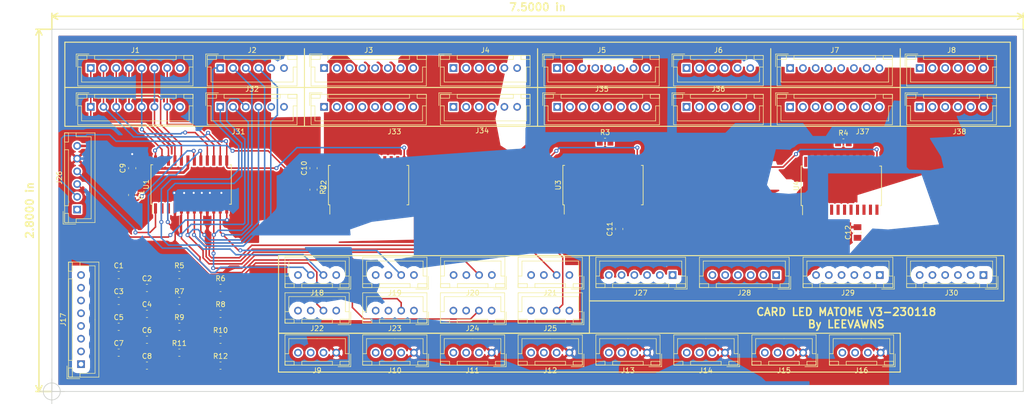
<source format=kicad_pcb>
(kicad_pcb (version 4) (host pcbnew 4.0.7)
  (layers (0 F.Cu signal) (31 B.Cu signal) (34 B.Paste user) (35 F.Paste user) (36 B.SilkS user) (37 F.SilkS user) (38 B.Mask user) (39 F.Mask user) (44 Edge.Cuts user))
  (net 0 "")
  (net 1 VSS)
  (net 2 /SW1)
  (net 3 /SW2)
  (net 4 /SW3)
  (net 5 /SW4)
  (net 6 /SW5)
  (net 7 /SW6)
  (net 8 /SW7)
  (net 9 /SW8)
  (net 10 VDD)
  (net 11 /1-C7)
  (net 12 /1-C6)
  (net 13 /1-C5)
  (net 14 /1-C4)
  (net 15 /1-C3)
  (net 16 /1-C2)
  (net 17 /1-C1)
  (net 18 /1-R4)
  (net 19 /1-R3)
  (net 20 /1-R2)
  (net 21 /1-R1)
  (net 22 /2-C7)
  (net 23 /2-C6)
  (net 24 /2-C5)
  (net 25 /2-C4)
  (net 26 /2-C3)
  (net 27 /2-C2)
  (net 28 /2-C1)
  (net 29 /2-R4)
  (net 30 /2-R3)
  (net 31 /2-R2)
  (net 32 /2-R1)
  (net 33 /3-C7)
  (net 34 /3-C6)
  (net 35 /3-C5)
  (net 36 /3-C4)
  (net 37 /3-C3)
  (net 38 /3-C2)
  (net 39 /3-C1)
  (net 40 "Net-(J6-Pad1)")
  (net 41 "Net-(J6-Pad2)")
  (net 42 /3-R4)
  (net 43 /3-R3)
  (net 44 /3-R2)
  (net 45 /3-R1)
  (net 46 /4-C7)
  (net 47 /4-C6)
  (net 48 /4-C5)
  (net 49 /4-C4)
  (net 50 /4-C3)
  (net 51 /4-C2)
  (net 52 /4-C1)
  (net 53 /4-R4)
  (net 54 /4-R3)
  (net 55 /4-R2)
  (net 56 /4-R1)
  (net 57 "Net-(J18-Pad1)")
  (net 58 /1-C8)
  (net 59 "Net-(J18-Pad4)")
  (net 60 "Net-(J19-Pad1)")
  (net 61 "Net-(J19-Pad4)")
  (net 62 "Net-(J20-Pad1)")
  (net 63 "Net-(J20-Pad4)")
  (net 64 "Net-(J21-Pad1)")
  (net 65 "Net-(J21-Pad4)")
  (net 66 "Net-(J22-Pad1)")
  (net 67 /1-R5)
  (net 68 "Net-(J22-Pad4)")
  (net 69 "Net-(J23-Pad1)")
  (net 70 /1-R6)
  (net 71 "Net-(J23-Pad4)")
  (net 72 "Net-(J24-Pad1)")
  (net 73 /1-R7)
  (net 74 "Net-(J24-Pad4)")
  (net 75 "Net-(J25-Pad1)")
  (net 76 /1-R8)
  (net 77 "Net-(J25-Pad4)")
  (net 78 "Net-(J26-Pad1)")
  (net 79 /CLK)
  (net 80 /CS)
  (net 81 /DIN)
  (net 82 /3-C8)
  (net 83 /3-R5)
  (net 84 /3-R6)
  (net 85 /3-R7)
  (net 86 /3-R8)
  (net 87 /4-C8)
  (net 88 /4-R5)
  (net 89 /4-R6)
  (net 90 /4-R7)
  (net 91 /4-R8)
  (net 92 /2-R8)
  (net 93 /2-R7)
  (net 94 /2-R6)
  (net 95 /2-R5)
  (net 96 "Net-(J36-Pad1)")
  (net 97 "Net-(J36-Pad2)")
  (net 98 "Net-(R1-Pad2)")
  (net 99 "Net-(R2-Pad2)")
  (net 100 "Net-(R3-Pad2)")
  (net 101 "Net-(R4-Pad2)")
  (net 102 "Net-(U1-Pad24)")
  (net 103 "Net-(U2-Pad17)")
  (net 104 "Net-(U2-Pad24)")
  (net 105 "Net-(U3-Pad24)")
  (net 106 "Net-(U4-Pad24)")
  (net 107 "Net-(J1-Pad8)")
  (net 108 "Net-(J2-Pad5)")
  (net 109 "Net-(J2-Pad6)")
  (net 110 "Net-(J3-Pad8)")
  (net 111 "Net-(J4-Pad5)")
  (net 112 "Net-(J4-Pad6)")
  (net 113 "Net-(J5-Pad8)")
  (net 114 "Net-(J7-Pad8)")
  (net 115 "Net-(J8-Pad5)")
  (net 116 "Net-(J8-Pad6)")
  (net 117 "Net-(J9-Pad3)")
  (net 118 "Net-(J9-Pad4)")
  (net 119 "Net-(J10-Pad3)")
  (net 120 "Net-(J10-Pad4)")
  (net 121 "Net-(J11-Pad3)")
  (net 122 "Net-(J11-Pad4)")
  (net 123 "Net-(J12-Pad3)")
  (net 124 "Net-(J12-Pad4)")
  (net 125 "Net-(J13-Pad3)")
  (net 126 "Net-(J13-Pad4)")
  (net 127 "Net-(J14-Pad3)")
  (net 128 "Net-(J14-Pad4)")
  (net 129 "Net-(J15-Pad3)")
  (net 130 "Net-(J15-Pad4)")
  (net 131 "Net-(J16-Pad3)")
  (net 132 "Net-(J16-Pad4)")
  (net 133 "Net-(J27-Pad1)")
  (net 134 "Net-(J28-Pad1)")
  (net 135 "Net-(J29-Pad1)")
  (net 136 "Net-(J30-Pad1)")
  (net 137 "Net-(J31-Pad8)")
  (net 138 "Net-(J32-Pad5)")
  (net 139 "Net-(J32-Pad6)")
  (net 140 "Net-(J33-Pad8)")
  (net 141 "Net-(J34-Pad5)")
  (net 142 "Net-(J34-Pad6)")
  (net 143 "Net-(J35-Pad8)")
  (net 144 "Net-(J37-Pad8)")
  (net 145 "Net-(J38-Pad5)")
  (net 146 "Net-(J38-Pad6)")
  (module Housings_SOIC:SOIC-24W_7.5x15.4mm_Pitch1.27mm (layer F.Cu) (at 76.327 82.169 90)
    (fp_text reference U1 (at 0 -8.8 90) (layer F.SilkS))
    (fp_text value MAX7219)
    (pad 1 smd rect (at -4.7 -6.985 90) (size 2 0.6) (layers F.Cu F.Paste F.Mask) (net 81 /DIN))
    (pad 2 smd rect (at -4.7 -5.715 90) (size 2 0.6) (layers F.Cu F.Paste F.Mask) (net 21 /1-R1))
    (pad 3 smd rect (at -4.7 -4.445 90) (size 2 0.6) (layers F.Cu F.Paste F.Mask) (net 67 /1-R5))
    (pad 4 smd rect (at -4.7 -3.175 90) (size 2 0.6) (layers F.Cu F.Paste F.Mask) (net 1 VSS))
    (pad 5 smd rect (at -4.7 -1.905 90) (size 2 0.6) (layers F.Cu F.Paste F.Mask) (net 73 /1-R7))
    (pad 6 smd rect (at -4.7 -0.635 90) (size 2 0.6) (layers F.Cu F.Paste F.Mask) (net 19 /1-R3))
    (pad 7 smd rect (at -4.7 0.635 90) (size 2 0.6) (layers F.Cu F.Paste F.Mask) (net 18 /1-R4))
    (pad 8 smd rect (at -4.7 1.905 90) (size 2 0.6) (layers F.Cu F.Paste F.Mask) (net 76 /1-R8))
    (pad 9 smd rect (at -4.7 3.175 90) (size 2 0.6) (layers F.Cu F.Paste F.Mask) (net 1 VSS))
    (pad 10 smd rect (at -4.7 4.445 90) (size 2 0.6) (layers F.Cu F.Paste F.Mask) (net 70 /1-R6))
    (pad 11 smd rect (at -4.7 5.715 90) (size 2 0.6) (layers F.Cu F.Paste F.Mask) (net 20 /1-R2))
    (pad 12 smd rect (at -4.7 6.985 90) (size 2 0.6) (layers F.Cu F.Paste F.Mask) (net 80 /CS))
    (pad 13 smd rect (at 4.7 6.985 90) (size 2 0.6) (layers F.Cu F.Paste F.Mask) (net 79 /CLK))
    (pad 14 smd rect (at 4.7 5.715 90) (size 2 0.6) (layers F.Cu F.Paste F.Mask) (net 16 /1-C2))
    (pad 15 smd rect (at 4.7 4.445 90) (size 2 0.6) (layers F.Cu F.Paste F.Mask) (net 11 /1-C7))
    (pad 16 smd rect (at 4.7 3.175 90) (size 2 0.6) (layers F.Cu F.Paste F.Mask) (net 15 /1-C3))
    (pad 17 smd rect (at 4.7 1.905 90) (size 2 0.6) (layers F.Cu F.Paste F.Mask) (net 58 /1-C8))
    (pad 18 smd rect (at 4.7 0.635 90) (size 2 0.6) (layers F.Cu F.Paste F.Mask) (net 98 "Net-(R1-Pad2)"))
    (pad 19 smd rect (at 4.7 -0.635 90) (size 2 0.6) (layers F.Cu F.Paste F.Mask) (net 10 VDD))
    (pad 20 smd rect (at 4.7 -1.905 90) (size 2 0.6) (layers F.Cu F.Paste F.Mask) (net 14 /1-C4))
    (pad 21 smd rect (at 4.7 -3.175 90) (size 2 0.6) (layers F.Cu F.Paste F.Mask) (net 12 /1-C6))
    (pad 22 smd rect (at 4.7 -4.445 90) (size 2 0.6) (layers F.Cu F.Paste F.Mask) (net 17 /1-C1))
    (pad 23 smd rect (at 4.7 -5.715 90) (size 2 0.6) (layers F.Cu F.Paste F.Mask) (net 13 /1-C5))
    (pad 24 smd rect (at 4.7 -6.985 90) (size 2 0.6) (layers F.Cu F.Paste F.Mask) (net 102 "Net-(U1-Pad24)"))
  )
  (module Housings_SOIC:SOIC-24W_7.5x15.4mm_Pitch1.27mm (layer F.Cu) (at 111.125 82.297 90)
    (fp_text reference U2 (at 0 -8.8 90) (layer F.SilkS))
    (fp_text value MAX7219)
    (pad 1 smd rect (at -4.7 -6.985 90) (size 2 0.6) (layers F.Cu F.Paste F.Mask) (net 102 "Net-(U1-Pad24)"))
    (pad 2 smd rect (at -4.7 -5.715 90) (size 2 0.6) (layers F.Cu F.Paste F.Mask) (net 32 /2-R1))
    (pad 3 smd rect (at -4.7 -4.445 90) (size 2 0.6) (layers F.Cu F.Paste F.Mask) (net 95 /2-R5))
    (pad 4 smd rect (at -4.7 -3.175 90) (size 2 0.6) (layers F.Cu F.Paste F.Mask) (net 1 VSS))
    (pad 5 smd rect (at -4.7 -1.905 90) (size 2 0.6) (layers F.Cu F.Paste F.Mask) (net 93 /2-R7))
    (pad 6 smd rect (at -4.7 -0.635 90) (size 2 0.6) (layers F.Cu F.Paste F.Mask) (net 30 /2-R3))
    (pad 7 smd rect (at -4.7 0.635 90) (size 2 0.6) (layers F.Cu F.Paste F.Mask) (net 29 /2-R4))
    (pad 8 smd rect (at -4.7 1.905 90) (size 2 0.6) (layers F.Cu F.Paste F.Mask) (net 92 /2-R8))
    (pad 9 smd rect (at -4.7 3.175 90) (size 2 0.6) (layers F.Cu F.Paste F.Mask) (net 1 VSS))
    (pad 10 smd rect (at -4.7 4.445 90) (size 2 0.6) (layers F.Cu F.Paste F.Mask) (net 94 /2-R6))
    (pad 11 smd rect (at -4.7 5.715 90) (size 2 0.6) (layers F.Cu F.Paste F.Mask) (net 31 /2-R2))
    (pad 12 smd rect (at -4.7 6.985 90) (size 2 0.6) (layers F.Cu F.Paste F.Mask) (net 80 /CS))
    (pad 13 smd rect (at 4.7 6.985 90) (size 2 0.6) (layers F.Cu F.Paste F.Mask) (net 79 /CLK))
    (pad 14 smd rect (at 4.7 5.715 90) (size 2 0.6) (layers F.Cu F.Paste F.Mask) (net 27 /2-C2))
    (pad 15 smd rect (at 4.7 4.445 90) (size 2 0.6) (layers F.Cu F.Paste F.Mask) (net 22 /2-C7))
    (pad 16 smd rect (at 4.7 3.175 90) (size 2 0.6) (layers F.Cu F.Paste F.Mask) (net 26 /2-C3))
    (pad 17 smd rect (at 4.7 1.905 90) (size 2 0.6) (layers F.Cu F.Paste F.Mask) (net 103 "Net-(U2-Pad17)"))
    (pad 18 smd rect (at 4.7 0.635 90) (size 2 0.6) (layers F.Cu F.Paste F.Mask) (net 99 "Net-(R2-Pad2)"))
    (pad 19 smd rect (at 4.7 -0.635 90) (size 2 0.6) (layers F.Cu F.Paste F.Mask) (net 10 VDD))
    (pad 20 smd rect (at 4.7 -1.905 90) (size 2 0.6) (layers F.Cu F.Paste F.Mask) (net 25 /2-C4))
    (pad 21 smd rect (at 4.7 -3.175 90) (size 2 0.6) (layers F.Cu F.Paste F.Mask) (net 23 /2-C6))
    (pad 22 smd rect (at 4.7 -4.445 90) (size 2 0.6) (layers F.Cu F.Paste F.Mask) (net 28 /2-C1))
    (pad 23 smd rect (at 4.7 -5.715 90) (size 2 0.6) (layers F.Cu F.Paste F.Mask) (net 24 /2-C5))
    (pad 24 smd rect (at 4.7 -6.985 90) (size 2 0.6) (layers F.Cu F.Paste F.Mask) (net 104 "Net-(U2-Pad24)"))
  )
  (module Housings_SOIC:SOIC-24W_7.5x15.4mm_Pitch1.27mm (layer F.Cu) (at 157.099 82.297 90)
    (fp_text reference U3 (at 0 -8.8 90) (layer F.SilkS))
    (fp_text value MAX7219)
    (pad 1 smd rect (at -4.7 -6.985 90) (size 2 0.6) (layers F.Cu F.Paste F.Mask) (net 104 "Net-(U2-Pad24)"))
    (pad 2 smd rect (at -4.7 -5.715 90) (size 2 0.6) (layers F.Cu F.Paste F.Mask) (net 45 /3-R1))
    (pad 3 smd rect (at -4.7 -4.445 90) (size 2 0.6) (layers F.Cu F.Paste F.Mask) (net 83 /3-R5))
    (pad 4 smd rect (at -4.7 -3.175 90) (size 2 0.6) (layers F.Cu F.Paste F.Mask) (net 1 VSS))
    (pad 5 smd rect (at -4.7 -1.905 90) (size 2 0.6) (layers F.Cu F.Paste F.Mask) (net 85 /3-R7))
    (pad 6 smd rect (at -4.7 -0.635 90) (size 2 0.6) (layers F.Cu F.Paste F.Mask) (net 43 /3-R3))
    (pad 7 smd rect (at -4.7 0.635 90) (size 2 0.6) (layers F.Cu F.Paste F.Mask) (net 42 /3-R4))
    (pad 8 smd rect (at -4.7 1.905 90) (size 2 0.6) (layers F.Cu F.Paste F.Mask) (net 86 /3-R8))
    (pad 9 smd rect (at -4.7 3.175 90) (size 2 0.6) (layers F.Cu F.Paste F.Mask) (net 1 VSS))
    (pad 10 smd rect (at -4.7 4.445 90) (size 2 0.6) (layers F.Cu F.Paste F.Mask) (net 84 /3-R6))
    (pad 11 smd rect (at -4.7 5.715 90) (size 2 0.6) (layers F.Cu F.Paste F.Mask) (net 44 /3-R2))
    (pad 12 smd rect (at -4.7 6.985 90) (size 2 0.6) (layers F.Cu F.Paste F.Mask) (net 80 /CS))
    (pad 13 smd rect (at 4.7 6.985 90) (size 2 0.6) (layers F.Cu F.Paste F.Mask) (net 79 /CLK))
    (pad 14 smd rect (at 4.7 5.715 90) (size 2 0.6) (layers F.Cu F.Paste F.Mask) (net 38 /3-C2))
    (pad 15 smd rect (at 4.7 4.445 90) (size 2 0.6) (layers F.Cu F.Paste F.Mask) (net 33 /3-C7))
    (pad 16 smd rect (at 4.7 3.175 90) (size 2 0.6) (layers F.Cu F.Paste F.Mask) (net 37 /3-C3))
    (pad 17 smd rect (at 4.7 1.905 90) (size 2 0.6) (layers F.Cu F.Paste F.Mask) (net 82 /3-C8))
    (pad 18 smd rect (at 4.7 0.635 90) (size 2 0.6) (layers F.Cu F.Paste F.Mask) (net 100 "Net-(R3-Pad2)"))
    (pad 19 smd rect (at 4.7 -0.635 90) (size 2 0.6) (layers F.Cu F.Paste F.Mask) (net 10 VDD))
    (pad 20 smd rect (at 4.7 -1.905 90) (size 2 0.6) (layers F.Cu F.Paste F.Mask) (net 36 /3-C4))
    (pad 21 smd rect (at 4.7 -3.175 90) (size 2 0.6) (layers F.Cu F.Paste F.Mask) (net 34 /3-C6))
    (pad 22 smd rect (at 4.7 -4.445 90) (size 2 0.6) (layers F.Cu F.Paste F.Mask) (net 39 /3-C1))
    (pad 23 smd rect (at 4.7 -5.715 90) (size 2 0.6) (layers F.Cu F.Paste F.Mask) (net 35 /3-C5))
    (pad 24 smd rect (at 4.7 -6.985 90) (size 2 0.6) (layers F.Cu F.Paste F.Mask) (net 105 "Net-(U3-Pad24)"))
  )
  (module Housings_SOIC:SOIC-24W_7.5x15.4mm_Pitch1.27mm (layer F.Cu) (at 203.835 82.424 90)
    (fp_text reference U4 (at 0 -8.8 90) (layer F.SilkS))
    (fp_text value MAX7219)
    (pad 1 smd rect (at -4.7 -6.985 90) (size 2 0.6) (layers F.Cu F.Paste F.Mask) (net 105 "Net-(U3-Pad24)"))
    (pad 2 smd rect (at -4.7 -5.715 90) (size 2 0.6) (layers F.Cu F.Paste F.Mask) (net 56 /4-R1))
    (pad 3 smd rect (at -4.7 -4.445 90) (size 2 0.6) (layers F.Cu F.Paste F.Mask) (net 88 /4-R5))
    (pad 4 smd rect (at -4.7 -3.175 90) (size 2 0.6) (layers F.Cu F.Paste F.Mask) (net 1 VSS))
    (pad 5 smd rect (at -4.7 -1.905 90) (size 2 0.6) (layers F.Cu F.Paste F.Mask) (net 90 /4-R7))
    (pad 6 smd rect (at -4.7 -0.635 90) (size 2 0.6) (layers F.Cu F.Paste F.Mask) (net 54 /4-R3))
    (pad 7 smd rect (at -4.7 0.635 90) (size 2 0.6) (layers F.Cu F.Paste F.Mask) (net 53 /4-R4))
    (pad 8 smd rect (at -4.7 1.905 90) (size 2 0.6) (layers F.Cu F.Paste F.Mask) (net 91 /4-R8))
    (pad 9 smd rect (at -4.7 3.175 90) (size 2 0.6) (layers F.Cu F.Paste F.Mask) (net 1 VSS))
    (pad 10 smd rect (at -4.7 4.445 90) (size 2 0.6) (layers F.Cu F.Paste F.Mask) (net 89 /4-R6))
    (pad 11 smd rect (at -4.7 5.715 90) (size 2 0.6) (layers F.Cu F.Paste F.Mask) (net 55 /4-R2))
    (pad 12 smd rect (at -4.7 6.985 90) (size 2 0.6) (layers F.Cu F.Paste F.Mask) (net 80 /CS))
    (pad 13 smd rect (at 4.7 6.985 90) (size 2 0.6) (layers F.Cu F.Paste F.Mask) (net 79 /CLK))
    (pad 14 smd rect (at 4.7 5.715 90) (size 2 0.6) (layers F.Cu F.Paste F.Mask) (net 51 /4-C2))
    (pad 15 smd rect (at 4.7 4.445 90) (size 2 0.6) (layers F.Cu F.Paste F.Mask) (net 46 /4-C7))
    (pad 16 smd rect (at 4.7 3.175 90) (size 2 0.6) (layers F.Cu F.Paste F.Mask) (net 50 /4-C3))
    (pad 17 smd rect (at 4.7 1.905 90) (size 2 0.6) (layers F.Cu F.Paste F.Mask) (net 87 /4-C8))
    (pad 18 smd rect (at 4.7 0.635 90) (size 2 0.6) (layers F.Cu F.Paste F.Mask) (net 101 "Net-(R4-Pad2)"))
    (pad 19 smd rect (at 4.7 -0.635 90) (size 2 0.6) (layers F.Cu F.Paste F.Mask) (net 10 VDD))
    (pad 20 smd rect (at 4.7 -1.905 90) (size 2 0.6) (layers F.Cu F.Paste F.Mask) (net 49 /4-C4))
    (pad 21 smd rect (at 4.7 -3.175 90) (size 2 0.6) (layers F.Cu F.Paste F.Mask) (net 47 /4-C6))
    (pad 22 smd rect (at 4.7 -4.445 90) (size 2 0.6) (layers F.Cu F.Paste F.Mask) (net 52 /4-C1))
    (pad 23 smd rect (at 4.7 -5.715 90) (size 2 0.6) (layers F.Cu F.Paste F.Mask) (net 48 /4-C5))
    (pad 24 smd rect (at 4.7 -6.985 90) (size 2 0.6) (layers F.Cu F.Paste F.Mask) (net 106 "Net-(U4-Pad24)"))
  )
  (module Resistor_SMD:R_0805_2012Metric_Pad1.15x1.50mm_HandSolder (layer F.Cu) (at 82.0895 117.729)
    (fp_text reference R12 (at 0 -1.85) (layer F.SilkS))
    (fp_text value 10K)
    (pad 1 smd rect (at -1.0425 0) (size 1.145 1.5) (layers F.Cu F.Paste F.Mask) (net 10 VDD))
    (pad 2 smd rect (at 1.0425 0) (size 1.145 1.5) (layers F.Cu F.Paste F.Mask) (net 9 /SW8))
  )
  (module Connectors_JST:JST_XH_B06B-XH-A_06x2.50mm_Straight (layer F.Cu) (at 82.042 59.309)
    (fp_text reference J2 (at 6.25 -3.5) (layer F.SilkS))
    (fp_text value Conn_01x06)
    (pad 1 thru_hole rect (at 0 0) (size 1.5 1.5) (drill 0.9) (layers *.Cu *.Mask) (net 21 /1-R1))
    (pad 2 thru_hole circle (at 2.5 0) (size 1.5 1.5) (drill 0.9) (layers *.Cu *.Mask) (net 20 /1-R2))
    (pad 3 thru_hole circle (at 5 0) (size 1.5 1.5) (drill 0.9) (layers *.Cu *.Mask) (net 19 /1-R3))
    (pad 4 thru_hole circle (at 7.5 0) (size 1.5 1.5) (drill 0.9) (layers *.Cu *.Mask) (net 18 /1-R4))
    (pad 5 thru_hole circle (at 10 0) (size 1.5 1.5) (drill 0.9) (layers *.Cu *.Mask) (net 108 "Net-(J2-Pad5)"))
    (pad 6 thru_hole circle (at 12.5 0) (size 1.5 1.5) (drill 0.9) (layers *.Cu *.Mask) (net 109 "Net-(J2-Pad6)"))
  )
  (module Connectors_JST:JST_XH_B06B-XH-A_06x2.50mm_Straight (layer F.Cu) (at 82.042 66.929)
    (fp_text reference J32 (at 6.25 -3.5) (layer F.SilkS))
    (fp_text value Conn_01x06)
    (pad 1 thru_hole rect (at 0 0) (size 1.5 1.5) (drill 0.9) (layers *.Cu *.Mask) (net 67 /1-R5))
    (pad 2 thru_hole circle (at 2.5 0) (size 1.5 1.5) (drill 0.9) (layers *.Cu *.Mask) (net 70 /1-R6))
    (pad 3 thru_hole circle (at 5 0) (size 1.5 1.5) (drill 0.9) (layers *.Cu *.Mask) (net 73 /1-R7))
    (pad 4 thru_hole circle (at 7.5 0) (size 1.5 1.5) (drill 0.9) (layers *.Cu *.Mask) (net 76 /1-R8))
    (pad 5 thru_hole circle (at 10 0) (size 1.5 1.5) (drill 0.9) (layers *.Cu *.Mask) (net 138 "Net-(J32-Pad5)"))
    (pad 6 thru_hole circle (at 12.5 0) (size 1.5 1.5) (drill 0.9) (layers *.Cu *.Mask) (net 139 "Net-(J32-Pad6)"))
  )
  (module Resistor_SMD:R_0805_2012Metric_Pad1.15x1.50mm_HandSolder (layer F.Cu) (at 74.0145 115.189)
    (fp_text reference R11 (at 0 -1.85) (layer F.SilkS))
    (fp_text value 10K)
    (pad 1 smd rect (at -1.0425 0) (size 1.145 1.5) (layers F.Cu F.Paste F.Mask) (net 10 VDD))
    (pad 2 smd rect (at 1.0425 0) (size 1.145 1.5) (layers F.Cu F.Paste F.Mask) (net 8 /SW7))
  )
  (module Resistor_SMD:R_0805_2012Metric_Pad1.15x1.50mm_HandSolder (layer F.Cu) (at 82.0895 112.649)
    (fp_text reference R10 (at 0 -1.85) (layer F.SilkS))
    (fp_text value 10K)
    (pad 1 smd rect (at -1.0425 0) (size 1.145 1.5) (layers F.Cu F.Paste F.Mask) (net 10 VDD))
    (pad 2 smd rect (at 1.0425 0) (size 1.145 1.5) (layers F.Cu F.Paste F.Mask) (net 7 /SW6))
  )
  (module Resistor_SMD:R_0805_2012Metric_Pad1.15x1.50mm_HandSolder (layer F.Cu) (at 74.0145 110.109)
    (fp_text reference R9 (at 0 -1.85) (layer F.SilkS))
    (fp_text value 10K)
    (pad 1 smd rect (at -1.0425 0) (size 1.145 1.5) (layers F.Cu F.Paste F.Mask) (net 10 VDD))
    (pad 2 smd rect (at 1.0425 0) (size 1.145 1.5) (layers F.Cu F.Paste F.Mask) (net 6 /SW5))
  )
  (module Resistor_SMD:R_0805_2012Metric_Pad1.15x1.50mm_HandSolder (layer F.Cu) (at 82.0895 107.569)
    (fp_text reference R8 (at 0 -1.85) (layer F.SilkS))
    (fp_text value 10K)
    (pad 1 smd rect (at -1.0425 0) (size 1.145 1.5) (layers F.Cu F.Paste F.Mask) (net 10 VDD))
    (pad 2 smd rect (at 1.0425 0) (size 1.145 1.5) (layers F.Cu F.Paste F.Mask) (net 5 /SW4))
  )
  (module Resistor_SMD:R_0805_2012Metric_Pad1.15x1.50mm_HandSolder (layer F.Cu) (at 74.0145 105.029)
    (fp_text reference R7 (at 0 -1.85) (layer F.SilkS))
    (fp_text value 10K)
    (pad 1 smd rect (at -1.0425 0) (size 1.145 1.5) (layers F.Cu F.Paste F.Mask) (net 10 VDD))
    (pad 2 smd rect (at 1.0425 0) (size 1.145 1.5) (layers F.Cu F.Paste F.Mask) (net 4 /SW3))
  )
  (module Resistor_SMD:R_0805_2012Metric_Pad1.15x1.50mm_HandSolder (layer F.Cu) (at 82.0895 102.489)
    (fp_text reference R6 (at 0 -1.85) (layer F.SilkS))
    (fp_text value 10K)
    (pad 1 smd rect (at -1.0425 0) (size 1.145 1.5) (layers F.Cu F.Paste F.Mask) (net 10 VDD))
    (pad 2 smd rect (at 1.0425 0) (size 1.145 1.5) (layers F.Cu F.Paste F.Mask) (net 3 /SW2))
  )
  (module Resistor_SMD:R_0805_2012Metric_Pad1.15x1.50mm_HandSolder (layer F.Cu) (at 74.0145 99.949)
    (fp_text reference R5 (at 0 -1.85) (layer F.SilkS))
    (fp_text value 10K)
    (pad 1 smd rect (at -1.0425 0) (size 1.145 1.5) (layers F.Cu F.Paste F.Mask) (net 10 VDD))
    (pad 2 smd rect (at 1.0425 0) (size 1.145 1.5) (layers F.Cu F.Paste F.Mask) (net 2 /SW1))
  )
  (module Resistor_SMD:R_0805_2012Metric_Pad1.15x1.50mm_HandSolder (layer F.Cu) (at 204.2425 73.914)
    (fp_text reference R4 (at 0 -1.85) (layer F.SilkS))
    (fp_text value 10K)
    (pad 1 smd rect (at -1.0425 0) (size 1.145 1.5) (layers F.Cu F.Paste F.Mask) (net 10 VDD))
    (pad 2 smd rect (at 1.0425 0) (size 1.145 1.5) (layers F.Cu F.Paste F.Mask) (net 101 "Net-(R4-Pad2)"))
  )
  (module Resistor_SMD:R_0805_2012Metric_Pad1.15x1.50mm_HandSolder (layer F.Cu) (at 157.5065 73.787)
    (fp_text reference R3 (at 0 -1.85) (layer F.SilkS))
    (fp_text value 10K)
    (pad 1 smd rect (at -1.0425 0) (size 1.145 1.5) (layers F.Cu F.Paste F.Mask) (net 10 VDD))
    (pad 2 smd rect (at 1.0425 0) (size 1.145 1.5) (layers F.Cu F.Paste F.Mask) (net 100 "Net-(R3-Pad2)"))
  )
  (module Resistor_SMD:R_0805_2012Metric_Pad1.15x1.50mm_HandSolder (layer F.Cu) (at 100.33 83.185 270)
    (fp_text reference R2 (at 0 -1.85 270) (layer F.SilkS))
    (fp_text value 10K)
    (pad 1 smd rect (at -1.0425 0 270) (size 1.145 1.5) (layers F.Cu F.Paste F.Mask) (net 10 VDD))
    (pad 2 smd rect (at 1.0425 0 270) (size 1.145 1.5) (layers F.Cu F.Paste F.Mask) (net 99 "Net-(R2-Pad2)"))
  )
  (module Resistor_SMD:R_0805_2012Metric_Pad1.15x1.50mm_HandSolder (layer F.Cu) (at 64.77 84.2275 270)
    (fp_text reference R1 (at 0 -1.85 270) (layer F.SilkS))
    (fp_text value 10K)
    (pad 1 smd rect (at -1.0425 0 270) (size 1.145 1.5) (layers F.Cu F.Paste F.Mask) (net 10 VDD))
    (pad 2 smd rect (at 1.0425 0 270) (size 1.145 1.5) (layers F.Cu F.Paste F.Mask) (net 98 "Net-(R1-Pad2)"))
  )
  (module Connectors_JST:JST_XH_B06B-XH-A_06x2.50mm_Straight (layer F.Cu) (at 219.202 66.929)
    (fp_text reference J38 (at 7.798 4.871) (layer F.SilkS))
    (fp_text value Conn_01x06)
    (pad 1 thru_hole rect (at 0 0) (size 1.5 1.5) (drill 0.9) (layers *.Cu *.Mask) (net 88 /4-R5))
    (pad 2 thru_hole circle (at 2.5 0) (size 1.5 1.5) (drill 0.9) (layers *.Cu *.Mask) (net 89 /4-R6))
    (pad 3 thru_hole circle (at 5 0) (size 1.5 1.5) (drill 0.9) (layers *.Cu *.Mask) (net 90 /4-R7))
    (pad 4 thru_hole circle (at 7.5 0) (size 1.5 1.5) (drill 0.9) (layers *.Cu *.Mask) (net 91 /4-R8))
    (pad 5 thru_hole circle (at 10 0) (size 1.5 1.5) (drill 0.9) (layers *.Cu *.Mask) (net 145 "Net-(J38-Pad5)"))
    (pad 6 thru_hole circle (at 12.5 0) (size 1.5 1.5) (drill 0.9) (layers *.Cu *.Mask) (net 146 "Net-(J38-Pad6)"))
  )
  (module Connectors_JST:JST_XH_B08B-XH-A_08x2.50mm_Straight (layer F.Cu) (at 193.802 66.929)
    (fp_text reference J37 (at 14.198 4.871) (layer F.SilkS))
    (fp_text value Conn_01x08)
    (pad 1 thru_hole rect (at 0 0) (size 1.5 1.5) (drill 0.9) (layers *.Cu *.Mask) (net 52 /4-C1))
    (pad 2 thru_hole circle (at 2.5 0) (size 1.5 1.5) (drill 0.9) (layers *.Cu *.Mask) (net 51 /4-C2))
    (pad 3 thru_hole circle (at 5 0) (size 1.5 1.5) (drill 0.9) (layers *.Cu *.Mask) (net 50 /4-C3))
    (pad 4 thru_hole circle (at 7.5 0) (size 1.5 1.5) (drill 0.9) (layers *.Cu *.Mask) (net 49 /4-C4))
    (pad 5 thru_hole circle (at 10 0) (size 1.5 1.5) (drill 0.9) (layers *.Cu *.Mask) (net 48 /4-C5))
    (pad 6 thru_hole circle (at 12.5 0) (size 1.5 1.5) (drill 0.9) (layers *.Cu *.Mask) (net 47 /4-C6))
    (pad 7 thru_hole circle (at 15 0) (size 1.5 1.5) (drill 0.9) (layers *.Cu *.Mask) (net 46 /4-C7))
    (pad 8 thru_hole circle (at 17.5 0) (size 1.5 1.5) (drill 0.9) (layers *.Cu *.Mask) (net 144 "Net-(J37-Pad8)"))
  )
  (module Connectors_JST:JST_XH_B06B-XH-A_06x2.50mm_Straight (layer F.Cu) (at 173.482 66.929)
    (fp_text reference J36 (at 6.25 -3.5) (layer F.SilkS))
    (fp_text value Conn_01x06)
    (pad 1 thru_hole rect (at 0 0) (size 1.5 1.5) (drill 0.9) (layers *.Cu *.Mask) (net 96 "Net-(J36-Pad1)"))
    (pad 2 thru_hole circle (at 2.5 0) (size 1.5 1.5) (drill 0.9) (layers *.Cu *.Mask) (net 97 "Net-(J36-Pad2)"))
    (pad 3 thru_hole circle (at 5 0) (size 1.5 1.5) (drill 0.9) (layers *.Cu *.Mask) (net 86 /3-R8))
    (pad 4 thru_hole circle (at 7.5 0) (size 1.5 1.5) (drill 0.9) (layers *.Cu *.Mask) (net 85 /3-R7))
    (pad 5 thru_hole circle (at 10 0) (size 1.5 1.5) (drill 0.9) (layers *.Cu *.Mask) (net 84 /3-R6))
    (pad 6 thru_hole circle (at 12.5 0) (size 1.5 1.5) (drill 0.9) (layers *.Cu *.Mask) (net 83 /3-R5))
  )
  (module Connectors_JST:JST_XH_B08B-XH-A_08x2.50mm_Straight (layer F.Cu) (at 148.122 66.929)
    (fp_text reference J35 (at 8.75 -3.5) (layer F.SilkS))
    (fp_text value Conn_01x08)
    (pad 1 thru_hole rect (at 0 0) (size 1.5 1.5) (drill 0.9) (layers *.Cu *.Mask) (net 39 /3-C1))
    (pad 2 thru_hole circle (at 2.5 0) (size 1.5 1.5) (drill 0.9) (layers *.Cu *.Mask) (net 38 /3-C2))
    (pad 3 thru_hole circle (at 5 0) (size 1.5 1.5) (drill 0.9) (layers *.Cu *.Mask) (net 37 /3-C3))
    (pad 4 thru_hole circle (at 7.5 0) (size 1.5 1.5) (drill 0.9) (layers *.Cu *.Mask) (net 36 /3-C4))
    (pad 5 thru_hole circle (at 10 0) (size 1.5 1.5) (drill 0.9) (layers *.Cu *.Mask) (net 35 /3-C5))
    (pad 6 thru_hole circle (at 12.5 0) (size 1.5 1.5) (drill 0.9) (layers *.Cu *.Mask) (net 34 /3-C6))
    (pad 7 thru_hole circle (at 15 0) (size 1.5 1.5) (drill 0.9) (layers *.Cu *.Mask) (net 33 /3-C7))
    (pad 8 thru_hole circle (at 17.5 0) (size 1.5 1.5) (drill 0.9) (layers *.Cu *.Mask) (net 143 "Net-(J35-Pad8)"))
  )
  (module Connectors_JST:JST_XH_B06B-XH-A_06x2.50mm_Straight (layer F.Cu) (at 127.762 66.929)
    (fp_text reference J34 (at 5.638 4.671) (layer F.SilkS))
    (fp_text value Conn_01x06)
    (pad 1 thru_hole rect (at 0 0) (size 1.5 1.5) (drill 0.9) (layers *.Cu *.Mask) (net 95 /2-R5))
    (pad 2 thru_hole circle (at 2.5 0) (size 1.5 1.5) (drill 0.9) (layers *.Cu *.Mask) (net 94 /2-R6))
    (pad 3 thru_hole circle (at 5 0) (size 1.5 1.5) (drill 0.9) (layers *.Cu *.Mask) (net 93 /2-R7))
    (pad 4 thru_hole circle (at 7.5 0) (size 1.5 1.5) (drill 0.9) (layers *.Cu *.Mask) (net 92 /2-R8))
    (pad 5 thru_hole circle (at 10 0) (size 1.5 1.5) (drill 0.9) (layers *.Cu *.Mask) (net 141 "Net-(J34-Pad5)"))
    (pad 6 thru_hole circle (at 12.5 0) (size 1.5 1.5) (drill 0.9) (layers *.Cu *.Mask) (net 142 "Net-(J34-Pad6)"))
  )
  (module Connectors_JST:JST_XH_B08B-XH-A_08x2.50mm_Straight (layer F.Cu) (at 102.402 66.929)
    (fp_text reference J33 (at 13.798 4.871) (layer F.SilkS))
    (fp_text value Conn_01x08)
    (pad 1 thru_hole rect (at 0 0) (size 1.5 1.5) (drill 0.9) (layers *.Cu *.Mask) (net 28 /2-C1))
    (pad 2 thru_hole circle (at 2.5 0) (size 1.5 1.5) (drill 0.9) (layers *.Cu *.Mask) (net 27 /2-C2))
    (pad 3 thru_hole circle (at 5 0) (size 1.5 1.5) (drill 0.9) (layers *.Cu *.Mask) (net 26 /2-C3))
    (pad 4 thru_hole circle (at 7.5 0) (size 1.5 1.5) (drill 0.9) (layers *.Cu *.Mask) (net 25 /2-C4))
    (pad 5 thru_hole circle (at 10 0) (size 1.5 1.5) (drill 0.9) (layers *.Cu *.Mask) (net 24 /2-C5))
    (pad 6 thru_hole circle (at 12.5 0) (size 1.5 1.5) (drill 0.9) (layers *.Cu *.Mask) (net 23 /2-C6))
    (pad 7 thru_hole circle (at 15 0) (size 1.5 1.5) (drill 0.9) (layers *.Cu *.Mask) (net 22 /2-C7))
    (pad 8 thru_hole circle (at 17.5 0) (size 1.5 1.5) (drill 0.9) (layers *.Cu *.Mask) (net 140 "Net-(J33-Pad8)"))
  )
  (module Connectors_JST:JST_XH_B08B-XH-A_08x2.50mm_Straight (layer F.Cu) (at 56.642 66.929)
    (fp_text reference J31 (at 28.958 4.871) (layer F.SilkS))
    (fp_text value Conn_01x08)
    (pad 1 thru_hole rect (at 0 0) (size 1.5 1.5) (drill 0.9) (layers *.Cu *.Mask) (net 17 /1-C1))
    (pad 2 thru_hole circle (at 2.5 0) (size 1.5 1.5) (drill 0.9) (layers *.Cu *.Mask) (net 16 /1-C2))
    (pad 3 thru_hole circle (at 5 0) (size 1.5 1.5) (drill 0.9) (layers *.Cu *.Mask) (net 15 /1-C3))
    (pad 4 thru_hole circle (at 7.5 0) (size 1.5 1.5) (drill 0.9) (layers *.Cu *.Mask) (net 14 /1-C4))
    (pad 5 thru_hole circle (at 10 0) (size 1.5 1.5) (drill 0.9) (layers *.Cu *.Mask) (net 13 /1-C5))
    (pad 6 thru_hole circle (at 12.5 0) (size 1.5 1.5) (drill 0.9) (layers *.Cu *.Mask) (net 12 /1-C6))
    (pad 7 thru_hole circle (at 15 0) (size 1.5 1.5) (drill 0.9) (layers *.Cu *.Mask) (net 11 /1-C7))
    (pad 8 thru_hole circle (at 17.5 0) (size 1.5 1.5) (drill 0.9) (layers *.Cu *.Mask) (net 137 "Net-(J31-Pad8)"))
  )
  (module Connectors_JST:JST_XH_B06B-XH-A_06x2.50mm_Straight (layer F.Cu) (at 231.702 99.949 180)
    (fp_text reference J30 (at 6.25 -3.5 180) (layer F.SilkS))
    (fp_text value Conn_01x06)
    (pad 1 thru_hole rect (at 0 0 180) (size 1.5 1.5) (drill 0.9) (layers *.Cu *.Mask) (net 136 "Net-(J30-Pad1)"))
    (pad 2 thru_hole circle (at 2.5 0 180) (size 1.5 1.5) (drill 0.9) (layers *.Cu *.Mask) (net 87 /4-C8))
    (pad 3 thru_hole circle (at 5 0 180) (size 1.5 1.5) (drill 0.9) (layers *.Cu *.Mask) (net 91 /4-R8))
    (pad 4 thru_hole circle (at 7.5 0 180) (size 1.5 1.5) (drill 0.9) (layers *.Cu *.Mask) (net 90 /4-R7))
    (pad 5 thru_hole circle (at 10 0 180) (size 1.5 1.5) (drill 0.9) (layers *.Cu *.Mask) (net 89 /4-R6))
    (pad 6 thru_hole circle (at 12.5 0 180) (size 1.5 1.5) (drill 0.9) (layers *.Cu *.Mask) (net 88 /4-R5))
  )
  (module Connectors_JST:JST_XH_B06B-XH-A_06x2.50mm_Straight (layer F.Cu) (at 211.382 99.949 180)
    (fp_text reference J29 (at 6.25 -3.5 180) (layer F.SilkS))
    (fp_text value Conn_01x06)
    (pad 1 thru_hole rect (at 0 0 180) (size 1.5 1.5) (drill 0.9) (layers *.Cu *.Mask) (net 135 "Net-(J29-Pad1)"))
    (pad 2 thru_hole circle (at 2.5 0 180) (size 1.5 1.5) (drill 0.9) (layers *.Cu *.Mask) (net 87 /4-C8))
    (pad 3 thru_hole circle (at 5 0 180) (size 1.5 1.5) (drill 0.9) (layers *.Cu *.Mask) (net 53 /4-R4))
    (pad 4 thru_hole circle (at 7.5 0 180) (size 1.5 1.5) (drill 0.9) (layers *.Cu *.Mask) (net 54 /4-R3))
    (pad 5 thru_hole circle (at 10 0 180) (size 1.5 1.5) (drill 0.9) (layers *.Cu *.Mask) (net 55 /4-R2))
    (pad 6 thru_hole circle (at 12.5 0 180) (size 1.5 1.5) (drill 0.9) (layers *.Cu *.Mask) (net 56 /4-R1))
  )
  (module Connectors_JST:JST_XH_B06B-XH-A_06x2.50mm_Straight (layer F.Cu) (at 191.062 99.949 180)
    (fp_text reference J28 (at 6.25 -3.5 180) (layer F.SilkS))
    (fp_text value Conn_01x06)
    (pad 1 thru_hole rect (at 0 0 180) (size 1.5 1.5) (drill 0.9) (layers *.Cu *.Mask) (net 134 "Net-(J28-Pad1)"))
    (pad 2 thru_hole circle (at 2.5 0 180) (size 1.5 1.5) (drill 0.9) (layers *.Cu *.Mask) (net 82 /3-C8))
    (pad 3 thru_hole circle (at 5 0 180) (size 1.5 1.5) (drill 0.9) (layers *.Cu *.Mask) (net 86 /3-R8))
    (pad 4 thru_hole circle (at 7.5 0 180) (size 1.5 1.5) (drill 0.9) (layers *.Cu *.Mask) (net 85 /3-R7))
    (pad 5 thru_hole circle (at 10 0 180) (size 1.5 1.5) (drill 0.9) (layers *.Cu *.Mask) (net 84 /3-R6))
    (pad 6 thru_hole circle (at 12.5 0 180) (size 1.5 1.5) (drill 0.9) (layers *.Cu *.Mask) (net 83 /3-R5))
  )
  (module Connectors_JST:JST_XH_B06B-XH-A_06x2.50mm_Straight (layer F.Cu) (at 170.742 99.949 180)
    (fp_text reference J27 (at 6.25 -3.5 180) (layer F.SilkS))
    (fp_text value Conn_01x06)
    (pad 1 thru_hole rect (at 0 0 180) (size 1.5 1.5) (drill 0.9) (layers *.Cu *.Mask) (net 133 "Net-(J27-Pad1)"))
    (pad 2 thru_hole circle (at 2.5 0 180) (size 1.5 1.5) (drill 0.9) (layers *.Cu *.Mask) (net 82 /3-C8))
    (pad 3 thru_hole circle (at 5 0 180) (size 1.5 1.5) (drill 0.9) (layers *.Cu *.Mask) (net 42 /3-R4))
    (pad 4 thru_hole circle (at 7.5 0 180) (size 1.5 1.5) (drill 0.9) (layers *.Cu *.Mask) (net 43 /3-R3))
    (pad 5 thru_hole circle (at 10 0 180) (size 1.5 1.5) (drill 0.9) (layers *.Cu *.Mask) (net 44 /3-R2))
    (pad 6 thru_hole circle (at 12.5 0 180) (size 1.5 1.5) (drill 0.9) (layers *.Cu *.Mask) (net 45 /3-R1))
  )
  (module Connectors_JST:JST_XH_B06B-XH-A_06x2.50mm_Straight (layer F.Cu) (at 53.975 87.089 90)
    (fp_text reference J26 (at 6.25 -3.5 90) (layer F.SilkS))
    (fp_text value Conn_01x06)
    (pad 1 thru_hole rect (at 0 0 90) (size 1.5 1.5) (drill 0.9) (layers *.Cu *.Mask) (net 78 "Net-(J26-Pad1)"))
    (pad 2 thru_hole circle (at 2.5 0 90) (size 1.5 1.5) (drill 0.9) (layers *.Cu *.Mask) (net 79 /CLK))
    (pad 3 thru_hole circle (at 5 0 90) (size 1.5 1.5) (drill 0.9) (layers *.Cu *.Mask) (net 80 /CS))
    (pad 4 thru_hole circle (at 7.5 0 90) (size 1.5 1.5) (drill 0.9) (layers *.Cu *.Mask) (net 81 /DIN))
    (pad 5 thru_hole circle (at 10 0 90) (size 1.5 1.5) (drill 0.9) (layers *.Cu *.Mask) (net 1 VSS))
    (pad 6 thru_hole circle (at 12.5 0 90) (size 1.5 1.5) (drill 0.9) (layers *.Cu *.Mask) (net 10 VDD))
  )
  (module Connectors_JST:JST_XH_B04B-XH-A_04x2.50mm_Straight (layer F.Cu) (at 150.502 106.934 180)
    (fp_text reference J25 (at 3.75 -3.5 180) (layer F.SilkS))
    (fp_text value Conn_01x04)
    (pad 1 thru_hole circle (at 0 0 180) (size 1.5 1.5) (drill 0.9) (layers *.Cu *.Mask) (net 75 "Net-(J25-Pad1)"))
    (pad 2 thru_hole circle (at 2.5 0 180) (size 1.5 1.5) (drill 0.9) (layers *.Cu *.Mask) (net 76 /1-R8))
    (pad 3 thru_hole circle (at 5 0 180) (size 1.5 1.5) (drill 0.9) (layers *.Cu *.Mask) (net 58 /1-C8))
    (pad 4 thru_hole circle (at 7.5 0 180) (size 1.5 1.5) (drill 0.9) (layers *.Cu *.Mask) (net 77 "Net-(J25-Pad4)"))
  )
  (module Connectors_JST:JST_XH_B04B-XH-A_04x2.50mm_Straight (layer F.Cu) (at 135.262 106.934 180)
    (fp_text reference J24 (at 3.75 -3.5 180) (layer F.SilkS))
    (fp_text value Conn_01x04)
    (pad 1 thru_hole circle (at 0 0 180) (size 1.5 1.5) (drill 0.9) (layers *.Cu *.Mask) (net 72 "Net-(J24-Pad1)"))
    (pad 2 thru_hole circle (at 2.5 0 180) (size 1.5 1.5) (drill 0.9) (layers *.Cu *.Mask) (net 73 /1-R7))
    (pad 3 thru_hole circle (at 5 0 180) (size 1.5 1.5) (drill 0.9) (layers *.Cu *.Mask) (net 58 /1-C8))
    (pad 4 thru_hole circle (at 7.5 0 180) (size 1.5 1.5) (drill 0.9) (layers *.Cu *.Mask) (net 74 "Net-(J24-Pad4)"))
  )
  (module Connectors_JST:JST_XH_B04B-XH-A_04x2.50mm_Straight (layer F.Cu) (at 120.022 106.934 180)
    (fp_text reference J23 (at 3.75 -3.5 180) (layer F.SilkS))
    (fp_text value Conn_01x04)
    (pad 1 thru_hole circle (at 0 0 180) (size 1.5 1.5) (drill 0.9) (layers *.Cu *.Mask) (net 69 "Net-(J23-Pad1)"))
    (pad 2 thru_hole circle (at 2.5 0 180) (size 1.5 1.5) (drill 0.9) (layers *.Cu *.Mask) (net 70 /1-R6))
    (pad 3 thru_hole circle (at 5 0 180) (size 1.5 1.5) (drill 0.9) (layers *.Cu *.Mask) (net 58 /1-C8))
    (pad 4 thru_hole circle (at 7.5 0 180) (size 1.5 1.5) (drill 0.9) (layers *.Cu *.Mask) (net 71 "Net-(J23-Pad4)"))
  )
  (module Connectors_JST:JST_XH_B04B-XH-A_04x2.50mm_Straight (layer F.Cu) (at 104.782 106.934 180)
    (fp_text reference J22 (at 3.75 -3.5 180) (layer F.SilkS))
    (fp_text value Conn_01x04)
    (pad 1 thru_hole circle (at 0 0 180) (size 1.5 1.5) (drill 0.9) (layers *.Cu *.Mask) (net 66 "Net-(J22-Pad1)"))
    (pad 2 thru_hole circle (at 2.5 0 180) (size 1.5 1.5) (drill 0.9) (layers *.Cu *.Mask) (net 67 /1-R5))
    (pad 3 thru_hole circle (at 5 0 180) (size 1.5 1.5) (drill 0.9) (layers *.Cu *.Mask) (net 58 /1-C8))
    (pad 4 thru_hole circle (at 7.5 0 180) (size 1.5 1.5) (drill 0.9) (layers *.Cu *.Mask) (net 68 "Net-(J22-Pad4)"))
  )
  (module Connectors_JST:JST_XH_B04B-XH-A_04x2.50mm_Straight (layer F.Cu) (at 150.502 99.949 180)
    (fp_text reference J21 (at 3.75 -3.5 180) (layer F.SilkS))
    (fp_text value Conn_01x04)
    (pad 1 thru_hole circle (at 0 0 180) (size 1.5 1.5) (drill 0.9) (layers *.Cu *.Mask) (net 64 "Net-(J21-Pad1)"))
    (pad 2 thru_hole circle (at 2.5 0 180) (size 1.5 1.5) (drill 0.9) (layers *.Cu *.Mask) (net 18 /1-R4))
    (pad 3 thru_hole circle (at 5 0 180) (size 1.5 1.5) (drill 0.9) (layers *.Cu *.Mask) (net 58 /1-C8))
    (pad 4 thru_hole circle (at 7.5 0 180) (size 1.5 1.5) (drill 0.9) (layers *.Cu *.Mask) (net 65 "Net-(J21-Pad4)"))
  )
  (module Connectors_JST:JST_XH_B04B-XH-A_04x2.50mm_Straight (layer F.Cu) (at 135.302 99.949 180)
    (fp_text reference J20 (at 3.75 -3.5 180) (layer F.SilkS))
    (fp_text value Conn_01x04)
    (pad 1 thru_hole circle (at 0 0 180) (size 1.5 1.5) (drill 0.9) (layers *.Cu *.Mask) (net 62 "Net-(J20-Pad1)"))
    (pad 2 thru_hole circle (at 2.5 0 180) (size 1.5 1.5) (drill 0.9) (layers *.Cu *.Mask) (net 19 /1-R3))
    (pad 3 thru_hole circle (at 5 0 180) (size 1.5 1.5) (drill 0.9) (layers *.Cu *.Mask) (net 58 /1-C8))
    (pad 4 thru_hole circle (at 7.5 0 180) (size 1.5 1.5) (drill 0.9) (layers *.Cu *.Mask) (net 63 "Net-(J20-Pad4)"))
  )
  (module Connectors_JST:JST_XH_B04B-XH-A_04x2.50mm_Straight (layer F.Cu) (at 104.782 99.949 180)
    (fp_text reference J18 (at 3.75 -3.5 180) (layer F.SilkS))
    (fp_text value Conn_01x04)
    (pad 1 thru_hole circle (at 0 0 180) (size 1.5 1.5) (drill 0.9) (layers *.Cu *.Mask) (net 57 "Net-(J18-Pad1)"))
    (pad 2 thru_hole circle (at 2.5 0 180) (size 1.5 1.5) (drill 0.9) (layers *.Cu *.Mask) (net 21 /1-R1))
    (pad 3 thru_hole circle (at 5 0 180) (size 1.5 1.5) (drill 0.9) (layers *.Cu *.Mask) (net 58 /1-C8))
    (pad 4 thru_hole circle (at 7.5 0 180) (size 1.5 1.5) (drill 0.9) (layers *.Cu *.Mask) (net 59 "Net-(J18-Pad4)"))
  )
  (module Connectors_JST:JST_XH_B08B-XH-A_08x2.50mm_Straight (layer F.Cu) (at 54.737 117.449 90)
    (fp_text reference J17 (at 8.75 -3.5 90) (layer F.SilkS))
    (fp_text value Conn_01x08)
    (pad 1 thru_hole rect (at 0 0 90) (size 1.5 1.5) (drill 0.9) (layers *.Cu *.Mask) (net 9 /SW8))
    (pad 2 thru_hole circle (at 2.5 0 90) (size 1.5 1.5) (drill 0.9) (layers *.Cu *.Mask) (net 8 /SW7))
    (pad 3 thru_hole circle (at 5 0 90) (size 1.5 1.5) (drill 0.9) (layers *.Cu *.Mask) (net 7 /SW6))
    (pad 4 thru_hole circle (at 7.5 0 90) (size 1.5 1.5) (drill 0.9) (layers *.Cu *.Mask) (net 6 /SW5))
    (pad 5 thru_hole circle (at 10 0 90) (size 1.5 1.5) (drill 0.9) (layers *.Cu *.Mask) (net 5 /SW4))
    (pad 6 thru_hole circle (at 12.5 0 90) (size 1.5 1.5) (drill 0.9) (layers *.Cu *.Mask) (net 4 /SW3))
    (pad 7 thru_hole circle (at 15 0 90) (size 1.5 1.5) (drill 0.9) (layers *.Cu *.Mask) (net 3 /SW2))
    (pad 8 thru_hole circle (at 17.5 0 90) (size 1.5 1.5) (drill 0.9) (layers *.Cu *.Mask) (net 2 /SW1))
  )
  (module Connectors_JST:JST_XH_B04B-XH-A_04x2.50mm_Straight (layer F.Cu) (at 211.542 115.189 180)
    (fp_text reference J16 (at 3.75 -3.5 180) (layer F.SilkS))
    (fp_text value Conn_01x04)
    (pad 1 thru_hole circle (at 0 0 180) (size 1.5 1.5) (drill 0.9) (layers *.Cu *.Mask) (net 1 VSS))
    (pad 2 thru_hole circle (at 2.5 0 180) (size 1.5 1.5) (drill 0.9) (layers *.Cu *.Mask) (net 9 /SW8))
    (pad 3 thru_hole circle (at 5 0 180) (size 1.5 1.5) (drill 0.9) (layers *.Cu *.Mask) (net 131 "Net-(J16-Pad3)"))
    (pad 4 thru_hole circle (at 7.5 0 180) (size 1.5 1.5) (drill 0.9) (layers *.Cu *.Mask) (net 132 "Net-(J16-Pad4)"))
  )
  (module Connectors_JST:JST_XH_B04B-XH-A_04x2.50mm_Straight (layer F.Cu) (at 196.342 115.189 180)
    (fp_text reference J15 (at 3.75 -3.5 180) (layer F.SilkS))
    (fp_text value Conn_01x04)
    (pad 1 thru_hole circle (at 0 0 180) (size 1.5 1.5) (drill 0.9) (layers *.Cu *.Mask) (net 1 VSS))
    (pad 2 thru_hole circle (at 2.5 0 180) (size 1.5 1.5) (drill 0.9) (layers *.Cu *.Mask) (net 8 /SW7))
    (pad 3 thru_hole circle (at 5 0 180) (size 1.5 1.5) (drill 0.9) (layers *.Cu *.Mask) (net 129 "Net-(J15-Pad3)"))
    (pad 4 thru_hole circle (at 7.5 0 180) (size 1.5 1.5) (drill 0.9) (layers *.Cu *.Mask) (net 130 "Net-(J15-Pad4)"))
  )
  (module Connectors_JST:JST_XH_B04B-XH-A_04x2.50mm_Straight (layer F.Cu) (at 181.022 115.189 180)
    (fp_text reference J14 (at 3.75 -3.5 180) (layer F.SilkS))
    (fp_text value Conn_01x04)
    (pad 1 thru_hole circle (at 0 0 180) (size 1.5 1.5) (drill 0.9) (layers *.Cu *.Mask) (net 1 VSS))
    (pad 2 thru_hole circle (at 2.5 0 180) (size 1.5 1.5) (drill 0.9) (layers *.Cu *.Mask) (net 7 /SW6))
    (pad 3 thru_hole circle (at 5 0 180) (size 1.5 1.5) (drill 0.9) (layers *.Cu *.Mask) (net 127 "Net-(J14-Pad3)"))
    (pad 4 thru_hole circle (at 7.5 0 180) (size 1.5 1.5) (drill 0.9) (layers *.Cu *.Mask) (net 128 "Net-(J14-Pad4)"))
  )
  (module Connectors_JST:JST_XH_B04B-XH-A_04x2.50mm_Straight (layer F.Cu) (at 165.742 115.189 180)
    (fp_text reference J13 (at 3.75 -3.5 180) (layer F.SilkS))
    (fp_text value Conn_01x04)
    (pad 1 thru_hole circle (at 0 0 180) (size 1.5 1.5) (drill 0.9) (layers *.Cu *.Mask) (net 1 VSS))
    (pad 2 thru_hole circle (at 2.5 0 180) (size 1.5 1.5) (drill 0.9) (layers *.Cu *.Mask) (net 6 /SW5))
    (pad 3 thru_hole circle (at 5 0 180) (size 1.5 1.5) (drill 0.9) (layers *.Cu *.Mask) (net 125 "Net-(J13-Pad3)"))
    (pad 4 thru_hole circle (at 7.5 0 180) (size 1.5 1.5) (drill 0.9) (layers *.Cu *.Mask) (net 126 "Net-(J13-Pad4)"))
  )
  (module Connectors_JST:JST_XH_B04B-XH-A_04x2.50mm_Straight (layer F.Cu) (at 150.502 115.189 180)
    (fp_text reference J12 (at 3.75 -3.5 180) (layer F.SilkS))
    (fp_text value Conn_01x04)
    (pad 1 thru_hole circle (at 0 0 180) (size 1.5 1.5) (drill 0.9) (layers *.Cu *.Mask) (net 1 VSS))
    (pad 2 thru_hole circle (at 2.5 0 180) (size 1.5 1.5) (drill 0.9) (layers *.Cu *.Mask) (net 5 /SW4))
    (pad 3 thru_hole circle (at 5 0 180) (size 1.5 1.5) (drill 0.9) (layers *.Cu *.Mask) (net 123 "Net-(J12-Pad3)"))
    (pad 4 thru_hole circle (at 7.5 0 180) (size 1.5 1.5) (drill 0.9) (layers *.Cu *.Mask) (net 124 "Net-(J12-Pad4)"))
  )
  (module Connectors_JST:JST_XH_B04B-XH-A_04x2.50mm_Straight (layer F.Cu) (at 135.262 115.189 180)
    (fp_text reference J11 (at 3.75 -3.5 180) (layer F.SilkS))
    (fp_text value Conn_01x04)
    (pad 1 thru_hole circle (at 0 0 180) (size 1.5 1.5) (drill 0.9) (layers *.Cu *.Mask) (net 1 VSS))
    (pad 2 thru_hole circle (at 2.5 0 180) (size 1.5 1.5) (drill 0.9) (layers *.Cu *.Mask) (net 4 /SW3))
    (pad 3 thru_hole circle (at 5 0 180) (size 1.5 1.5) (drill 0.9) (layers *.Cu *.Mask) (net 121 "Net-(J11-Pad3)"))
    (pad 4 thru_hole circle (at 7.5 0 180) (size 1.5 1.5) (drill 0.9) (layers *.Cu *.Mask) (net 122 "Net-(J11-Pad4)"))
  )
  (module Connectors_JST:JST_XH_B04B-XH-A_04x2.50mm_Straight (layer F.Cu) (at 120.022 115.189 180)
    (fp_text reference J10 (at 3.75 -3.5 180) (layer F.SilkS))
    (fp_text value Conn_01x04)
    (pad 1 thru_hole circle (at 0 0 180) (size 1.5 1.5) (drill 0.9) (layers *.Cu *.Mask) (net 1 VSS))
    (pad 2 thru_hole circle (at 2.5 0 180) (size 1.5 1.5) (drill 0.9) (layers *.Cu *.Mask) (net 3 /SW2))
    (pad 3 thru_hole circle (at 5 0 180) (size 1.5 1.5) (drill 0.9) (layers *.Cu *.Mask) (net 119 "Net-(J10-Pad3)"))
    (pad 4 thru_hole circle (at 7.5 0 180) (size 1.5 1.5) (drill 0.9) (layers *.Cu *.Mask) (net 120 "Net-(J10-Pad4)"))
  )
  (module Connectors_JST:JST_XH_B04B-XH-A_04x2.50mm_Straight (layer F.Cu) (at 104.782 115.189 180)
    (fp_text reference J9 (at 3.75 -3.5 180) (layer F.SilkS))
    (fp_text value Conn_01x04)
    (pad 1 thru_hole circle (at 0 0 180) (size 1.5 1.5) (drill 0.9) (layers *.Cu *.Mask) (net 1 VSS))
    (pad 2 thru_hole circle (at 2.5 0 180) (size 1.5 1.5) (drill 0.9) (layers *.Cu *.Mask) (net 2 /SW1))
    (pad 3 thru_hole circle (at 5 0 180) (size 1.5 1.5) (drill 0.9) (layers *.Cu *.Mask) (net 117 "Net-(J9-Pad3)"))
    (pad 4 thru_hole circle (at 7.5 0 180) (size 1.5 1.5) (drill 0.9) (layers *.Cu *.Mask) (net 118 "Net-(J9-Pad4)"))
  )
  (module Connectors_JST:JST_XH_B06B-XH-A_06x2.50mm_Straight (layer F.Cu) (at 219.202 59.309)
    (fp_text reference J8 (at 6.25 -3.5) (layer F.SilkS))
    (fp_text value Conn_01x06)
    (pad 1 thru_hole rect (at 0 0) (size 1.5 1.5) (drill 0.9) (layers *.Cu *.Mask) (net 56 /4-R1))
    (pad 2 thru_hole circle (at 2.5 0) (size 1.5 1.5) (drill 0.9) (layers *.Cu *.Mask) (net 55 /4-R2))
    (pad 3 thru_hole circle (at 5 0) (size 1.5 1.5) (drill 0.9) (layers *.Cu *.Mask) (net 54 /4-R3))
    (pad 4 thru_hole circle (at 7.5 0) (size 1.5 1.5) (drill 0.9) (layers *.Cu *.Mask) (net 53 /4-R4))
    (pad 5 thru_hole circle (at 10 0) (size 1.5 1.5) (drill 0.9) (layers *.Cu *.Mask) (net 115 "Net-(J8-Pad5)"))
    (pad 6 thru_hole circle (at 12.5 0) (size 1.5 1.5) (drill 0.9) (layers *.Cu *.Mask) (net 116 "Net-(J8-Pad6)"))
  )
  (module Connectors_JST:JST_XH_B08B-XH-A_08x2.50mm_Straight (layer F.Cu) (at 193.802 59.309)
    (fp_text reference J7 (at 8.75 -3.5) (layer F.SilkS))
    (fp_text value Conn_01x08)
    (pad 1 thru_hole rect (at 0 0) (size 1.5 1.5) (drill 0.9) (layers *.Cu *.Mask) (net 52 /4-C1))
    (pad 2 thru_hole circle (at 2.5 0) (size 1.5 1.5) (drill 0.9) (layers *.Cu *.Mask) (net 51 /4-C2))
    (pad 3 thru_hole circle (at 5 0) (size 1.5 1.5) (drill 0.9) (layers *.Cu *.Mask) (net 50 /4-C3))
    (pad 4 thru_hole circle (at 7.5 0) (size 1.5 1.5) (drill 0.9) (layers *.Cu *.Mask) (net 49 /4-C4))
    (pad 5 thru_hole circle (at 10 0) (size 1.5 1.5) (drill 0.9) (layers *.Cu *.Mask) (net 48 /4-C5))
    (pad 6 thru_hole circle (at 12.5 0) (size 1.5 1.5) (drill 0.9) (layers *.Cu *.Mask) (net 47 /4-C6))
    (pad 7 thru_hole circle (at 15 0) (size 1.5 1.5) (drill 0.9) (layers *.Cu *.Mask) (net 46 /4-C7))
    (pad 8 thru_hole circle (at 17.5 0) (size 1.5 1.5) (drill 0.9) (layers *.Cu *.Mask) (net 114 "Net-(J7-Pad8)"))
  )
  (module Connectors_JST:JST_XH_B06B-XH-A_06x2.50mm_Straight (layer F.Cu) (at 173.482 59.309)
    (fp_text reference J6 (at 6.25 -3.5) (layer F.SilkS))
    (fp_text value Conn_01x06)
    (pad 1 thru_hole rect (at 0 0) (size 1.5 1.5) (drill 0.9) (layers *.Cu *.Mask) (net 40 "Net-(J6-Pad1)"))
    (pad 2 thru_hole circle (at 2.5 0) (size 1.5 1.5) (drill 0.9) (layers *.Cu *.Mask) (net 41 "Net-(J6-Pad2)"))
    (pad 3 thru_hole circle (at 5 0) (size 1.5 1.5) (drill 0.9) (layers *.Cu *.Mask) (net 42 /3-R4))
    (pad 4 thru_hole circle (at 7.5 0) (size 1.5 1.5) (drill 0.9) (layers *.Cu *.Mask) (net 43 /3-R3))
    (pad 5 thru_hole circle (at 10 0) (size 1.5 1.5) (drill 0.9) (layers *.Cu *.Mask) (net 44 /3-R2))
    (pad 6 thru_hole circle (at 12.5 0) (size 1.5 1.5) (drill 0.9) (layers *.Cu *.Mask) (net 45 /3-R1))
  )
  (module Connectors_JST:JST_XH_B08B-XH-A_08x2.50mm_Straight (layer F.Cu) (at 148.082 59.309)
    (fp_text reference J5 (at 8.75 -3.5) (layer F.SilkS))
    (fp_text value Conn_01x08)
    (pad 1 thru_hole rect (at 0 0) (size 1.5 1.5) (drill 0.9) (layers *.Cu *.Mask) (net 39 /3-C1))
    (pad 2 thru_hole circle (at 2.5 0) (size 1.5 1.5) (drill 0.9) (layers *.Cu *.Mask) (net 38 /3-C2))
    (pad 3 thru_hole circle (at 5 0) (size 1.5 1.5) (drill 0.9) (layers *.Cu *.Mask) (net 37 /3-C3))
    (pad 4 thru_hole circle (at 7.5 0) (size 1.5 1.5) (drill 0.9) (layers *.Cu *.Mask) (net 36 /3-C4))
    (pad 5 thru_hole circle (at 10 0) (size 1.5 1.5) (drill 0.9) (layers *.Cu *.Mask) (net 35 /3-C5))
    (pad 6 thru_hole circle (at 12.5 0) (size 1.5 1.5) (drill 0.9) (layers *.Cu *.Mask) (net 34 /3-C6))
    (pad 7 thru_hole circle (at 15 0) (size 1.5 1.5) (drill 0.9) (layers *.Cu *.Mask) (net 33 /3-C7))
    (pad 8 thru_hole circle (at 17.5 0) (size 1.5 1.5) (drill 0.9) (layers *.Cu *.Mask) (net 113 "Net-(J5-Pad8)"))
  )
  (module Connectors_JST:JST_XH_B06B-XH-A_06x2.50mm_Straight (layer F.Cu) (at 127.762 59.309)
    (fp_text reference J4 (at 6.25 -3.5) (layer F.SilkS))
    (fp_text value Conn_01x06)
    (pad 1 thru_hole rect (at 0 0) (size 1.5 1.5) (drill 0.9) (layers *.Cu *.Mask) (net 32 /2-R1))
    (pad 2 thru_hole circle (at 2.5 0) (size 1.5 1.5) (drill 0.9) (layers *.Cu *.Mask) (net 31 /2-R2))
    (pad 3 thru_hole circle (at 5 0) (size 1.5 1.5) (drill 0.9) (layers *.Cu *.Mask) (net 30 /2-R3))
    (pad 4 thru_hole circle (at 7.5 0) (size 1.5 1.5) (drill 0.9) (layers *.Cu *.Mask) (net 29 /2-R4))
    (pad 5 thru_hole circle (at 10 0) (size 1.5 1.5) (drill 0.9) (layers *.Cu *.Mask) (net 111 "Net-(J4-Pad5)"))
    (pad 6 thru_hole circle (at 12.5 0) (size 1.5 1.5) (drill 0.9) (layers *.Cu *.Mask) (net 112 "Net-(J4-Pad6)"))
  )
  (module Connectors_JST:JST_XH_B08B-XH-A_08x2.50mm_Straight (layer F.Cu) (at 102.402 59.309)
    (fp_text reference J3 (at 8.75 -3.5) (layer F.SilkS))
    (fp_text value Conn_01x08)
    (pad 1 thru_hole rect (at 0 0) (size 1.5 1.5) (drill 0.9) (layers *.Cu *.Mask) (net 28 /2-C1))
    (pad 2 thru_hole circle (at 2.5 0) (size 1.5 1.5) (drill 0.9) (layers *.Cu *.Mask) (net 27 /2-C2))
    (pad 3 thru_hole circle (at 5 0) (size 1.5 1.5) (drill 0.9) (layers *.Cu *.Mask) (net 26 /2-C3))
    (pad 4 thru_hole circle (at 7.5 0) (size 1.5 1.5) (drill 0.9) (layers *.Cu *.Mask) (net 25 /2-C4))
    (pad 5 thru_hole circle (at 10 0) (size 1.5 1.5) (drill 0.9) (layers *.Cu *.Mask) (net 24 /2-C5))
    (pad 6 thru_hole circle (at 12.5 0) (size 1.5 1.5) (drill 0.9) (layers *.Cu *.Mask) (net 23 /2-C6))
    (pad 7 thru_hole circle (at 15 0) (size 1.5 1.5) (drill 0.9) (layers *.Cu *.Mask) (net 22 /2-C7))
    (pad 8 thru_hole circle (at 17.5 0) (size 1.5 1.5) (drill 0.9) (layers *.Cu *.Mask) (net 110 "Net-(J3-Pad8)"))
  )
  (module Connectors_JST:JST_XH_B08B-XH-A_08x2.50mm_Straight (layer F.Cu) (at 56.642 59.309)
    (fp_text reference J1 (at 8.75 -3.5) (layer F.SilkS))
    (fp_text value Conn_01x08)
    (pad 1 thru_hole rect (at 0 0) (size 1.5 1.5) (drill 0.9) (layers *.Cu *.Mask) (net 17 /1-C1))
    (pad 2 thru_hole circle (at 2.5 0) (size 1.5 1.5) (drill 0.9) (layers *.Cu *.Mask) (net 16 /1-C2))
    (pad 3 thru_hole circle (at 5 0) (size 1.5 1.5) (drill 0.9) (layers *.Cu *.Mask) (net 15 /1-C3))
    (pad 4 thru_hole circle (at 7.5 0) (size 1.5 1.5) (drill 0.9) (layers *.Cu *.Mask) (net 14 /1-C4))
    (pad 5 thru_hole circle (at 10 0) (size 1.5 1.5) (drill 0.9) (layers *.Cu *.Mask) (net 13 /1-C5))
    (pad 6 thru_hole circle (at 12.5 0) (size 1.5 1.5) (drill 0.9) (layers *.Cu *.Mask) (net 12 /1-C6))
    (pad 7 thru_hole circle (at 15 0) (size 1.5 1.5) (drill 0.9) (layers *.Cu *.Mask) (net 11 /1-C7))
    (pad 8 thru_hole circle (at 17.5 0) (size 1.5 1.5) (drill 0.9) (layers *.Cu *.Mask) (net 107 "Net-(J1-Pad8)"))
  )
  (module Capacitor_SMD:C_0805_2012Metric_Pad1.15x1.50mm_HandSolder (layer F.Cu) (at 207.01 91.5935 90)
    (fp_text reference C12 (at 0 -1.85 90) (layer F.SilkS))
    (fp_text value 100n)
    (pad 1 smd rect (at -1.0425 0 90) (size 1.145 1.5) (layers F.Cu F.Paste F.Mask) (net 10 VDD))
    (pad 2 smd rect (at 1.0425 0 90) (size 1.145 1.5) (layers F.Cu F.Paste F.Mask) (net 1 VSS))
  )
  (module Capacitor_SMD:C_0805_2012Metric_Pad1.15x1.50mm_HandSolder (layer F.Cu) (at 160.274 90.9055 90)
    (fp_text reference C11 (at 0 -1.85 90) (layer F.SilkS))
    (fp_text value 100n)
    (pad 1 smd rect (at -1.0425 0 90) (size 1.145 1.5) (layers F.Cu F.Paste F.Mask) (net 10 VDD))
    (pad 2 smd rect (at 1.0425 0 90) (size 1.145 1.5) (layers F.Cu F.Paste F.Mask) (net 1 VSS))
  )
  (module Capacitor_SMD:C_0805_2012Metric_Pad1.15x1.50mm_HandSolder (layer F.Cu) (at 100.33 78.9675 90)
    (fp_text reference C10 (at 0 -1.85 90) (layer F.SilkS))
    (fp_text value 100n)
    (pad 1 smd rect (at -1.0425 0 90) (size 1.145 1.5) (layers F.Cu F.Paste F.Mask) (net 10 VDD))
    (pad 2 smd rect (at 1.0425 0 90) (size 1.145 1.5) (layers F.Cu F.Paste F.Mask) (net 1 VSS))
  )
  (module Capacitor_SMD:C_0805_2012Metric_Pad1.15x1.50mm_HandSolder (layer F.Cu) (at 64.77 78.9675 90)
    (fp_text reference C9 (at 0 -1.85 90) (layer F.SilkS))
    (fp_text value 100n)
    (pad 1 smd rect (at -1.0425 0 90) (size 1.145 1.5) (layers F.Cu F.Paste F.Mask) (net 10 VDD))
    (pad 2 smd rect (at 1.0425 0 90) (size 1.145 1.5) (layers F.Cu F.Paste F.Mask) (net 1 VSS))
  )
  (module Capacitor_SMD:C_0805_2012Metric_Pad1.15x1.50mm_HandSolder (layer F.Cu) (at 67.6645 117.729)
    (fp_text reference C8 (at 0 -1.85) (layer F.SilkS))
    (fp_text value 100n)
    (pad 1 smd rect (at -1.0425 0) (size 1.145 1.5) (layers F.Cu F.Paste F.Mask) (net 1 VSS))
    (pad 2 smd rect (at 1.0425 0) (size 1.145 1.5) (layers F.Cu F.Paste F.Mask) (net 9 /SW8))
  )
  (module Capacitor_SMD:C_0805_2012Metric_Pad1.15x1.50mm_HandSolder (layer F.Cu) (at 62.1295 115.189)
    (fp_text reference C7 (at 0 -1.85) (layer F.SilkS))
    (fp_text value 100n)
    (pad 1 smd rect (at -1.0425 0) (size 1.145 1.5) (layers F.Cu F.Paste F.Mask) (net 1 VSS))
    (pad 2 smd rect (at 1.0425 0) (size 1.145 1.5) (layers F.Cu F.Paste F.Mask) (net 8 /SW7))
  )
  (module Capacitor_SMD:C_0805_2012Metric_Pad1.15x1.50mm_HandSolder (layer F.Cu) (at 67.6645 112.649)
    (fp_text reference C6 (at 0 -1.85) (layer F.SilkS))
    (fp_text value 100n)
    (pad 1 smd rect (at -1.0425 0) (size 1.145 1.5) (layers F.Cu F.Paste F.Mask) (net 1 VSS))
    (pad 2 smd rect (at 1.0425 0) (size 1.145 1.5) (layers F.Cu F.Paste F.Mask) (net 7 /SW6))
  )
  (module Capacitor_SMD:C_0805_2012Metric_Pad1.15x1.50mm_HandSolder (layer F.Cu) (at 62.1295 110.109)
    (fp_text reference C5 (at 0 -1.85) (layer F.SilkS))
    (fp_text value 100n)
    (pad 1 smd rect (at -1.0425 0) (size 1.145 1.5) (layers F.Cu F.Paste F.Mask) (net 1 VSS))
    (pad 2 smd rect (at 1.0425 0) (size 1.145 1.5) (layers F.Cu F.Paste F.Mask) (net 6 /SW5))
  )
  (module Capacitor_SMD:C_0805_2012Metric_Pad1.15x1.50mm_HandSolder (layer F.Cu) (at 67.6645 107.569)
    (fp_text reference C4 (at 0 -1.85) (layer F.SilkS))
    (fp_text value 100n)
    (pad 1 smd rect (at -1.0425 0) (size 1.145 1.5) (layers F.Cu F.Paste F.Mask) (net 1 VSS))
    (pad 2 smd rect (at 1.0425 0) (size 1.145 1.5) (layers F.Cu F.Paste F.Mask) (net 5 /SW4))
  )
  (module Capacitor_SMD:C_0805_2012Metric_Pad1.15x1.50mm_HandSolder (layer F.Cu) (at 62.1295 105.029)
    (fp_text reference C3 (at 0 -1.85) (layer F.SilkS))
    (fp_text value 100n)
    (pad 1 smd rect (at -1.0425 0) (size 1.145 1.5) (layers F.Cu F.Paste F.Mask) (net 1 VSS))
    (pad 2 smd rect (at 1.0425 0) (size 1.145 1.5) (layers F.Cu F.Paste F.Mask) (net 4 /SW3))
  )
  (module Capacitor_SMD:C_0805_2012Metric_Pad1.15x1.50mm_HandSolder (layer F.Cu) (at 62.1295 99.949)
    (fp_text reference C1 (at 0 -1.85) (layer F.SilkS))
    (fp_text value 100n)
    (pad 1 smd rect (at -1.0425 0) (size 1.145 1.5) (layers F.Cu F.Paste F.Mask) (net 1 VSS))
    (pad 2 smd rect (at 1.0425 0) (size 1.145 1.5) (layers F.Cu F.Paste F.Mask) (net 2 /SW1))
  )
  (module Capacitor_SMD:C_0805_2012Metric_Pad1.15x1.50mm_HandSolder (layer F.Cu) (at 67.6645 102.489)
    (fp_text reference C2 (at 0 -1.85) (layer F.SilkS))
    (fp_text value 100n)
    (pad 1 smd rect (at -1.0425 0) (size 1.145 1.5) (layers F.Cu F.Paste F.Mask) (net 1 VSS))
    (pad 2 smd rect (at 1.0425 0) (size 1.145 1.5) (layers F.Cu F.Paste F.Mask) (net 3 /SW2))
  )
  (module Connectors_JST:JST_XH_B04B-XH-A_04x2.50mm_Straight (layer F.Cu) (at 120.022 99.949 180)
    (fp_text reference J19 (at 3.75 -3.5 180) (layer F.SilkS))
    (fp_text value Conn_01x04)
    (pad 1 thru_hole circle (at 0 0 180) (size 1.5 1.5) (drill 0.9) (layers *.Cu *.Mask) (net 60 "Net-(J19-Pad1)"))
    (pad 2 thru_hole circle (at 2.5 0 180) (size 1.5 1.5) (drill 0.9) (layers *.Cu *.Mask) (net 20 /1-R2))
    (pad 3 thru_hole circle (at 5 0 180) (size 1.5 1.5) (drill 0.9) (layers *.Cu *.Mask) (net 58 /1-C8))
    (pad 4 thru_hole circle (at 7.5 0 180) (size 1.5 1.5) (drill 0.9) (layers *.Cu *.Mask) (net 61 "Net-(J19-Pad4)"))
  )
  (target plus (at 49 122.8) (size 5) (width 0.15) (layer Edge.Cuts))
  (dimension 71.12 (width 0.3) (layer F.SilkS) (gr_text "71.120 mm" (at 45.132001 87.249 270) (layer F.SilkS) (effects (font (size 1.5 1.5) (thickness 0.3)))) (feature1 (pts (xy 49.022 122.809) (xy 43.782001 122.809))) (feature2 (pts (xy 49.022 51.689) (xy 43.782001 51.689))) (crossbar (pts (xy 46.482001 51.689) (xy 46.482001 122.809))) (arrow1a (pts (xy 46.482001 122.809) (xy 45.89558 121.682496))) (arrow1b (pts (xy 46.482001 122.809) (xy 47.068422 121.682496))) (arrow2a (pts (xy 46.482001 51.689) (xy 45.89558 52.815504))) (arrow2b (pts (xy 46.482001 51.689) (xy 47.068422 52.815504))))
  (dimension 190.5 (width 0.3) (layer F.SilkS) (gr_text "190.500 mm" (at 144.272 47.799) (layer F.SilkS) (effects (font (size 1.5 1.5) (thickness 0.3)))) (feature1 (pts (xy 239.522 51.689) (xy 239.522 46.449))) (feature2 (pts (xy 49.022 51.689) (xy 49.022 46.449))) (crossbar (pts (xy 49.022 49.149) (xy 239.522 49.149))) (arrow1a (pts (xy 239.522 49.149) (xy 238.395496 49.735421))) (arrow1b (pts (xy 239.522 49.149) (xy 238.395496 48.562579))) (arrow2a (pts (xy 49.022 49.149) (xy 50.148504 49.735421))) (arrow2b (pts (xy 49.022 49.149) (xy 50.148504 48.562579))))
  (gr_text "CARD LED MATOME V3-230118\nBy LEEVAWNS" (at 204.8 108.4) (layer F.SilkS) (effects (font (size 1.5 1.5) (thickness 0.3))))
  (gr_line (start 215.392 55.499) (end 215.392 70.739) (layer F.SilkS) (width 0.2))
  (gr_line (start 189.992 55.499) (end 189.992 70.739) (layer F.SilkS) (width 0.2))
  (gr_line (start 144.272 55.499) (end 144.272 70.739) (layer F.SilkS) (width 0.2))
  (gr_line (start 98.552 55.499) (end 98.552 70.739) (layer F.SilkS) (width 0.2))
  (gr_line (start 236.982 70.739) (end 236.982 63.119) (layer F.SilkS) (width 0.2))
  (gr_line (start 51.562 70.739) (end 236.982 70.739) (layer F.SilkS) (width 0.2))
  (gr_line (start 51.562 63.119) (end 51.562 70.739) (layer F.SilkS) (width 0.2))
  (gr_line (start 236.982 63.119) (end 51.562 63.119) (layer F.SilkS) (width 0.2))
  (gr_line (start 236.982 54.229) (end 236.982 63.119) (layer F.SilkS) (width 0.2))
  (gr_line (start 51.562 54.229) (end 236.982 54.229) (layer F.SilkS) (width 0.2))
  (gr_line (start 51.562 63.119) (end 51.562 54.229) (layer F.SilkS) (width 0.2))
  (gr_line (start 215.392 111.379) (end 93.472 111.379) (layer F.SilkS) (width 0.2))
  (gr_line (start 215.392 118.999) (end 215.392 111.379) (layer F.SilkS) (width 0.2))
  (gr_line (start 93.472 118.999) (end 215.392 118.999) (layer F.SilkS) (width 0.2))
  (gr_line (start 93.472 111.379) (end 93.472 118.999) (layer F.SilkS) (width 0.2))
  (gr_line (start 235.712 105.029) (end 154.432 105.029) (layer F.SilkS) (width 0.2))
  (gr_line (start 235.712 96.139) (end 235.712 105.029) (layer F.SilkS) (width 0.2))
  (gr_line (start 154.432 96.139) (end 235.712 96.139) (layer F.SilkS) (width 0.2))
  (gr_line (start 93.472 111.379) (end 93.472 96.139) (layer F.SilkS) (width 0.2))
  (gr_line (start 154.432 111.379) (end 93.472 111.379) (layer F.SilkS) (width 0.2))
  (gr_line (start 154.432 96.139) (end 154.432 111.379) (layer F.SilkS) (width 0.2))
  (gr_line (start 93.472 96.139) (end 154.432 96.139) (layer F.SilkS) (width 0.2))
  (gr_line (start 49.022 122.809) (end 49.022 51.689) (layer Edge.Cuts) (width 0.15))
  (gr_line (start 239.522 122.809) (end 49.022 122.809) (layer Edge.Cuts) (width 0.15))
  (gr_line (start 239.522 51.689) (end 239.522 122.809) (layer Edge.Cuts) (width 0.15))
  (gr_line (start 49.022 51.689) (end 239.522 51.689) (layer Edge.Cuts) (width 0.15))
  (segment (start 56.642 77.089) (end 53.975 77.089) (width 0.5) (layer B.Cu) (net 1))
  (segment (start 79.502 84.904524) (end 79.502 84.063423) (width 0.5) (layer F.Cu) (net 1))
  (segment (start 79.502 84.063423) (end 79.258577 83.82) (width 0.5) (layer F.Cu) (net 1))
  (segment (start 79.258577 83.82) (end 78.417476 83.82) (width 0.5) (layer F.Cu) (net 1))
  (segment (start 79.502 84.904524) (end 79.502 83.88966) (width 0.5) (layer F.Cu) (net 1))
  (segment (start 79.502 83.88966) (end 82.19234 83.88966) (width 0.5) (layer F.Cu) (net 1))
  (segment (start 82.19234 83.88966) (end 82.262 83.82) (width 0.5) (layer F.Cu) (net 1))
  (segment (start 74.952592 83.83562) (end 73.04062 83.83562) (width 0.5) (layer B.Cu) (net 1))
  (segment (start 73.04062 83.83562) (end 73.025 83.82) (width 0.5) (layer B.Cu) (net 1))
  (via (at 73.025 83.82) (size 0.8) (drill 0.4) (layers F.Cu B.Cu) (net 1))
  (segment (start 78.345644 83.891832) (end 74.952592 83.83562) (width 0.5) (layer F.Cu) (net 1))
  (segment (start 74.952592 83.83562) (end 73.47388 83.891832) (width 0.5) (layer F.Cu) (net 1))
  (segment (start 76.835 83.82) (end 74.968212 83.82) (width 0.5) (layer B.Cu) (net 1))
  (segment (start 74.968212 83.82) (end 74.952592 83.83562) (width 0.5) (layer B.Cu) (net 1))
  (via (at 74.952592 83.83562) (size 0.8) (drill 0.4) (layers F.Cu B.Cu) (net 1))
  (segment (start 78.417476 83.82) (end 76.835 83.82) (width 0.5) (layer F.Cu) (net 1))
  (via (at 76.835 83.82) (size 0.8) (drill 0.4) (layers F.Cu B.Cu) (net 1))
  (segment (start 78.417476 83.82) (end 78.345644 83.891832) (width 0.5) (layer F.Cu) (net 1))
  (segment (start 73.47388 83.891832) (end 73.152 84.213712) (width 0.5) (layer F.Cu) (net 1))
  (segment (start 73.152 84.213712) (end 73.152 85.369) (width 0.5) (layer F.Cu) (net 1))
  (segment (start 73.152 85.369) (end 73.152 86.869) (width 0.5) (layer F.Cu) (net 1))
  (segment (start 80.01 83.82) (end 78.417476 83.82) (width 0.5) (layer F.Cu) (net 1))
  (via (at 78.417476 83.82) (size 0.8) (drill 0.4) (layers F.Cu B.Cu) (net 1))
  (segment (start 82.262 83.82) (end 80.01 83.82) (width 0.5) (layer B.Cu) (net 1))
  (via (at 80.01 83.82) (size 0.8) (drill 0.4) (layers F.Cu B.Cu) (net 1))
  (via (at 82.262 83.82) (size 0.8) (drill 0.4) (layers F.Cu B.Cu) (net 1))
  (segment (start 60.96 76.2) (end 60.071 77.089) (width 0.5) (layer B.Cu) (net 1))
  (segment (start 60.071 77.089) (end 56.642 77.089) (width 0.5) (layer B.Cu) (net 1))
  (segment (start 64.77 76.2) (end 60.96 76.2) (width 0.5) (layer B.Cu) (net 1))
  (segment (start 64.77 78.105) (end 64.77 76.2) (width 0.5) (layer F.Cu) (net 1))
  (via (at 64.77 76.2) (size 0.8) (drill 0.4) (layers F.Cu B.Cu) (net 1))
  (segment (start 79.502 86.869) (end 79.502 84.904524) (width 0.5) (layer F.Cu) (net 1))
  (segment (start 114.3 86.997) (end 114.3 84.455) (width 0.5) (layer F.Cu) (net 1))
  (segment (start 114.3 84.455) (end 113.665 83.82) (width 0.5) (layer F.Cu) (net 1))
  (segment (start 113.665 83.82) (end 108.585 83.82) (width 0.5) (layer F.Cu) (net 1))
  (segment (start 108.585 83.82) (end 107.95 84.455) (width 0.5) (layer F.Cu) (net 1))
  (segment (start 107.95 84.455) (end 107.95 86.997) (width 0.5) (layer F.Cu) (net 1))
  (segment (start 64.77 83.185) (end 64.77 80.256159) (width 0.5) (layer F.Cu) (net 10))
  (segment (start 58.089232 74.599232) (end 54.120966 74.599232) (width 0.5) (layer F.Cu) (net 10))
  (segment (start 64.77 80.256159) (end 62.476159 80.256159) (width 0.5) (layer F.Cu) (net 10))
  (segment (start 62.476159 80.256159) (end 59.055 76.835) (width 0.5) (layer F.Cu) (net 10))
  (segment (start 59.055 76.835) (end 59.055 75.565) (width 0.5) (layer F.Cu) (net 10))
  (segment (start 59.055 75.565) (end 58.089232 74.599232) (width 0.5) (layer F.Cu) (net 10))
  (segment (start 100.200615 80.104845) (end 100.29546 80.01) (width 0.5) (layer F.Cu) (net 10))
  (segment (start 100.29546 80.01) (end 109.855 80.01) (width 0.5) (layer F.Cu) (net 10))
  (segment (start 109.855 80.01) (end 110.49 79.375) (width 0.5) (layer F.Cu) (net 10))
  (segment (start 110.49 79.375) (end 110.49 77.597) (width 0.5) (layer F.Cu) (net 10))
  (segment (start 100.33 81.915) (end 100.33 80.062487) (width 0.5) (layer F.Cu) (net 10))
  (segment (start 100.33 80.062487) (end 100.42936 79.963127) (width 0.5) (layer F.Cu) (net 10))
  (segment (start 100.42936 79.963127) (end 100.476233 80.01) (width 0.5) (layer F.Cu) (net 10))
  (segment (start 75.692 78.969) (end 75.692 77.469) (width 0.5) (layer F.Cu) (net 10))
  (segment (start 74.825452 79.835548) (end 75.692 78.969) (width 0.5) (layer F.Cu) (net 10))
  (segment (start 65.005609 79.835548) (end 74.825452 79.835548) (width 0.5) (layer F.Cu) (net 10))
  (segment (start 64.501591 80.339566) (end 65.005609 79.835548) (width 0.5) (layer F.Cu) (net 10))
  (segment (start 80.772 74.347886) (end 76.80363 70.379516) (width 0.3) (layer F.Cu) (net 11))
  (segment (start 80.772 77.469) (end 80.772 74.347886) (width 0.3) (layer F.Cu) (net 11))
  (segment (start 76.80363 70.379516) (end 71.628073 70.379516) (width 0.3) (layer F.Cu) (net 11))
  (segment (start 71.628073 70.379516) (end 71.628073 66.942927) (width 0.3) (layer F.Cu) (net 11))
  (segment (start 71.628073 66.942927) (end 71.642 66.929) (width 0.3) (layer F.Cu) (net 11))
  (segment (start 71.642 59.309) (end 71.642 66.929) (width 0.3) (layer F.Cu) (net 11))
  (segment (start 69.142 66.929) (end 69.142 65.86834) (width 0.3) (layer B.Cu) (net 12))
  (segment (start 69.142 65.86834) (end 69.142 59.309) (width 0.3) (layer B.Cu) (net 12))
  (segment (start 73.152 77.469) (end 73.152 74.422) (width 0.3) (layer F.Cu) (net 12))
  (segment (start 73.152 74.422) (end 69.142 70.412) (width 0.3) (layer F.Cu) (net 12))
  (segment (start 69.142 70.412) (end 69.142 66.929) (width 0.3) (layer F.Cu) (net 12))
  (segment (start 66.642 66.929) (end 66.642 71.331677) (width 0.3) (layer B.Cu) (net 13))
  (segment (start 70.612 75.301677) (end 67.074999 71.764676) (width 0.3) (layer F.Cu) (net 13))
  (segment (start 70.612 77.469) (end 70.612 75.301677) (width 0.3) (layer F.Cu) (net 13))
  (segment (start 67.074999 71.764676) (end 66.675 71.364677) (width 0.3) (layer F.Cu) (net 13))
  (segment (start 66.642 71.331677) (end 66.675 71.364677) (width 0.3) (layer B.Cu) (net 13))
  (via (at 66.675 71.364677) (size 0.8) (drill 0.4) (layers F.Cu B.Cu) (net 13))
  (segment (start 66.642 66.929) (end 66.642 59.309) (width 0.3) (layer B.Cu) (net 13))
  (segment (start 64.142 66.929) (end 64.142 59.309) (width 0.3) (layer F.Cu) (net 14))
  (segment (start 74.422 77.469) (end 74.422 74.422) (width 0.3) (layer F.Cu) (net 14))
  (segment (start 74.422 74.422) (end 70.342001 70.342001) (width 0.3) (layer F.Cu) (net 14))
  (segment (start 70.342001 70.342001) (end 70.342001 65.262001) (width 0.3) (layer F.Cu) (net 14))
  (segment (start 70.342001 65.262001) (end 69.85 64.77) (width 0.3) (layer F.Cu) (net 14))
  (segment (start 69.85 64.77) (end 64.77 64.77) (width 0.3) (layer F.Cu) (net 14))
  (segment (start 64.77 64.77) (end 64.142 65.398) (width 0.3) (layer F.Cu) (net 14))
  (segment (start 64.142 65.398) (end 64.142 66.929) (width 0.3) (layer F.Cu) (net 14))
  (segment (start 74.336006 72.214687) (end 74.586005 71.964688) (width 0.3) (layer B.Cu) (net 15))
  (segment (start 61.642 66.929) (end 61.642 67.98966) (width 0.3) (layer B.Cu) (net 15))
  (segment (start 77.112386 71.964688) (end 75.717375 71.964688) (width 0.3) (layer F.Cu) (net 15))
  (segment (start 65.867027 72.214687) (end 74.336006 72.214687) (width 0.3) (layer B.Cu) (net 15))
  (segment (start 79.502 77.469) (end 79.502 74.354302) (width 0.3) (layer F.Cu) (net 15))
  (segment (start 74.586005 71.964688) (end 75.15169 71.964688) (width 0.3) (layer B.Cu) (net 15))
  (segment (start 61.642 67.98966) (end 65.867027 72.214687) (width 0.3) (layer B.Cu) (net 15))
  (segment (start 75.717375 71.964688) (end 75.15169 71.964688) (width 0.3) (layer F.Cu) (net 15))
  (segment (start 79.502 74.354302) (end 77.112386 71.964688) (width 0.3) (layer F.Cu) (net 15))
  (via (at 75.15169 71.964688) (size 0.8) (drill 0.4) (layers F.Cu B.Cu) (net 15))
  (segment (start 61.642 66.929) (end 61.642 59.309) (width 0.3) (layer F.Cu) (net 15))
  (segment (start 65.027698 72.814698) (end 78.859209 72.814698) (width 0.3) (layer B.Cu) (net 16))
  (segment (start 59.142 66.929) (end 65.027698 72.814698) (width 0.3) (layer B.Cu) (net 16))
  (segment (start 78.859209 72.814698) (end 79.25006 72.423847) (width 0.3) (layer B.Cu) (net 16))
  (segment (start 79.25006 72.423847) (end 79.650059 72.023848) (width 0.3) (layer B.Cu) (net 16))
  (segment (start 80.050058 72.423847) (end 79.650059 72.023848) (width 0.3) (layer F.Cu) (net 16))
  (segment (start 82.042 74.415789) (end 80.050058 72.423847) (width 0.3) (layer F.Cu) (net 16))
  (segment (start 82.042 77.469) (end 82.042 74.415789) (width 0.3) (layer F.Cu) (net 16))
  (via (at 79.650059 72.023848) (size 0.8) (drill 0.4) (layers F.Cu B.Cu) (net 16))
  (segment (start 59.142 66.929) (end 59.142 59.309) (width 0.3) (layer F.Cu) (net 16))
  (segment (start 56.642 66.929) (end 56.642 59.309) (width 0.3) (layer F.Cu) (net 17))
  (segment (start 57.785 70.485) (end 56.642 69.342) (width 0.3) (layer F.Cu) (net 17))
  (segment (start 56.642 69.342) (end 56.642 66.929) (width 0.3) (layer F.Cu) (net 17))
  (segment (start 67.31 70.485) (end 57.785 70.485) (width 0.3) (layer F.Cu) (net 17))
  (segment (start 71.882 75.057) (end 67.31 70.485) (width 0.3) (layer F.Cu) (net 17))
  (segment (start 71.882 77.469) (end 71.882 75.057) (width 0.3) (layer F.Cu) (net 17))
  (segment (start 86.575369 94.254347) (end 78.971029 94.254347) (width 0.3) (layer B.Cu) (net 18))
  (segment (start 86.030937 97.154381) (end 80.095287 97.154381) (width 0.3) (layer F.Cu) (net 18))
  (segment (start 93.242001 68.561465) (end 91.950857 69.852609) (width 0.3) (layer B.Cu) (net 18))
  (segment (start 79.27042 94.449785) (end 77.290913 92.470278) (width 0.3) (layer F.Cu) (net 18))
  (segment (start 79.27042 96.329514) (end 79.27042 94.449785) (width 0.3) (layer F.Cu) (net 18))
  (segment (start 88.314466 94.870852) (end 86.030937 97.154381) (width 0.3) (layer F.Cu) (net 18))
  (segment (start 148.002 99.949) (end 142.923852 94.870852) (width 0.3) (layer F.Cu) (net 18))
  (segment (start 142.923852 94.870852) (end 88.314466 94.870852) (width 0.3) (layer F.Cu) (net 18))
  (segment (start 77.290913 92.470278) (end 76.890914 92.070279) (width 0.3) (layer B.Cu) (net 18))
  (segment (start 77.290913 92.470278) (end 76.890914 92.070279) (width 0.3) (layer F.Cu) (net 18))
  (segment (start 77.290913 92.574231) (end 77.290913 92.470278) (width 0.3) (layer B.Cu) (net 18))
  (segment (start 78.971029 94.254347) (end 77.290913 92.574231) (width 0.3) (layer B.Cu) (net 18))
  (segment (start 91.950857 88.878859) (end 86.575369 94.254347) (width 0.3) (layer B.Cu) (net 18))
  (segment (start 91.950857 69.852609) (end 91.950857 88.878859) (width 0.3) (layer B.Cu) (net 18))
  (segment (start 93.242001 63.009001) (end 93.242001 68.561465) (width 0.3) (layer B.Cu) (net 18))
  (segment (start 80.095287 97.154381) (end 79.27042 96.329514) (width 0.3) (layer F.Cu) (net 18))
  (segment (start 89.542 59.309) (end 93.242001 63.009001) (width 0.3) (layer B.Cu) (net 18))
  (via (at 76.890914 92.070279) (size 0.8) (drill 0.4) (layers F.Cu B.Cu) (net 18))
  (segment (start 76.962 86.869) (end 76.962 91.999193) (width 0.3) (layer F.Cu) (net 18))
  (segment (start 76.962 91.999193) (end 76.890914 92.070279) (width 0.3) (layer F.Cu) (net 18))
  (segment (start 77.688529 91.013951) (end 76.702829 91.013951) (width 0.3) (layer B.Cu) (net 19))
  (segment (start 87.042 59.309) (end 90.742001 63.009001) (width 0.3) (layer B.Cu) (net 19))
  (segment (start 78.670409 96.578046) (end 78.670409 95.126819) (width 0.3) (layer F.Cu) (net 19))
  (segment (start 78.070293 92.480792) (end 78.070293 91.395715) (width 0.3) (layer B.Cu) (net 19))
  (segment (start 76.030184 92.486594) (end 75.630185 92.086595) (width 0.3) (layer F.Cu) (net 19))
  (segment (start 78.670409 95.126819) (end 76.030184 92.486594) (width 0.3) (layer F.Cu) (net 19))
  (segment (start 86.279469 97.754392) (end 79.846755 97.754392) (width 0.3) (layer F.Cu) (net 19))
  (segment (start 78.070293 91.395715) (end 77.688529 91.013951) (width 0.3) (layer B.Cu) (net 19))
  (segment (start 132.802 99.949) (end 128.323863 95.470863) (width 0.3) (layer F.Cu) (net 19))
  (segment (start 88.562998 95.470863) (end 86.279469 97.754392) (width 0.3) (layer F.Cu) (net 19))
  (segment (start 128.323863 95.470863) (end 88.562998 95.470863) (width 0.3) (layer F.Cu) (net 19))
  (segment (start 76.030184 91.686596) (end 75.630185 92.086595) (width 0.3) (layer B.Cu) (net 19))
  (segment (start 79.846755 97.754392) (end 78.670409 96.578046) (width 0.3) (layer F.Cu) (net 19))
  (segment (start 86.326837 93.654336) (end 79.243837 93.654336) (width 0.3) (layer B.Cu) (net 19))
  (segment (start 76.702829 91.013951) (end 76.030184 91.686596) (width 0.3) (layer B.Cu) (net 19))
  (segment (start 79.243837 93.654336) (end 78.070293 92.480792) (width 0.3) (layer B.Cu) (net 19))
  (segment (start 90.742001 63.009001) (end 90.742001 89.239172) (width 0.3) (layer B.Cu) (net 19))
  (segment (start 90.742001 89.239172) (end 86.326837 93.654336) (width 0.3) (layer B.Cu) (net 19))
  (segment (start 75.692 92.02478) (end 75.630185 92.086595) (width 0.3) (layer F.Cu) (net 19))
  (via (at 75.630185 92.086595) (size 0.8) (drill 0.4) (layers F.Cu B.Cu) (net 19))
  (segment (start 75.692 86.869) (end 75.692 92.02478) (width 0.3) (layer F.Cu) (net 19))
  (via (at 85.974416 95.104357) (size 0.8) (drill 0.4) (layers F.Cu B.Cu) (net 20))
  (segment (start 82.56374 92.046484) (end 85.621613 95.104357) (width 0.3) (layer F.Cu) (net 20))
  (segment (start 117.522 99.949) (end 112.677357 95.104357) (width 0.3) (layer B.Cu) (net 20))
  (segment (start 112.677357 95.104357) (end 86.540101 95.104357) (width 0.3) (layer B.Cu) (net 20))
  (segment (start 85.621613 95.104357) (end 85.974416 95.104357) (width 0.3) (layer F.Cu) (net 20))
  (segment (start 86.540101 95.104357) (end 85.974416 95.104357) (width 0.3) (layer B.Cu) (net 20))
  (segment (start 88.242001 90.042086) (end 86.237603 92.046484) (width 0.3) (layer B.Cu) (net 20))
  (segment (start 88.242001 63.009001) (end 88.242001 90.042086) (width 0.3) (layer B.Cu) (net 20))
  (segment (start 84.542 59.309) (end 88.242001 63.009001) (width 0.3) (layer B.Cu) (net 20))
  (segment (start 83.129425 92.046484) (end 82.56374 92.046484) (width 0.3) (layer B.Cu) (net 20))
  (segment (start 86.237603 92.046484) (end 83.129425 92.046484) (width 0.3) (layer B.Cu) (net 20))
  (segment (start 82.163741 91.646485) (end 82.56374 92.046484) (width 0.3) (layer F.Cu) (net 20))
  (via (at 82.56374 92.046484) (size 0.8) (drill 0.4) (layers F.Cu B.Cu) (net 20))
  (segment (start 82.042 86.869) (end 82.042 91.524744) (width 0.3) (layer F.Cu) (net 20))
  (segment (start 82.042 91.524744) (end 82.163741 91.646485) (width 0.3) (layer F.Cu) (net 20))
  (segment (start 102.282 99.949) (end 98.287359 95.954359) (width 0.3) (layer B.Cu) (net 21))
  (segment (start 85.090768 95.954359) (end 83.990767 94.854358) (width 0.3) (layer B.Cu) (net 21))
  (segment (start 98.287359 95.954359) (end 85.090768 95.954359) (width 0.3) (layer B.Cu) (net 21))
  (segment (start 83.990767 94.854358) (end 78.681007 94.854358) (width 0.3) (layer B.Cu) (net 21))
  (segment (start 78.681007 94.854358) (end 77.895368 94.068719) (width 0.3) (layer B.Cu) (net 21))
  (segment (start 77.895368 94.068719) (end 71.874781 94.068719) (width 0.3) (layer B.Cu) (net 21))
  (segment (start 71.874781 94.068719) (end 70.485 92.678938) (width 0.3) (layer B.Cu) (net 21))
  (segment (start 70.485 92.678938) (end 70.485 90.100685) (width 0.3) (layer B.Cu) (net 21))
  (segment (start 70.485 90.100685) (end 70.485 89.535) (width 0.3) (layer B.Cu) (net 21))
  (segment (start 85.663021 74.630335) (end 85.663021 79.246157) (width 0.3) (layer B.Cu) (net 21))
  (segment (start 72.456414 81.093138) (end 70.485 83.064552) (width 0.3) (layer B.Cu) (net 21))
  (segment (start 82.042 59.309) (end 80.892049 59.309) (width 0.3) (layer B.Cu) (net 21))
  (segment (start 80.892049 59.309) (end 80.550104 59.650945) (width 0.3) (layer B.Cu) (net 21))
  (segment (start 80.550104 59.650945) (end 80.550104 69.517418) (width 0.3) (layer B.Cu) (net 21))
  (segment (start 80.550104 69.517418) (end 85.663021 74.630335) (width 0.3) (layer B.Cu) (net 21))
  (segment (start 85.663021 79.246157) (end 83.81604 81.093138) (width 0.3) (layer B.Cu) (net 21))
  (segment (start 83.81604 81.093138) (end 72.456414 81.093138) (width 0.3) (layer B.Cu) (net 21))
  (segment (start 70.485 83.064552) (end 70.485 89.535) (width 0.3) (layer B.Cu) (net 21))
  (segment (start 102.282 99.949) (end 101.558002 99.949) (width 0.3) (layer B.Cu) (net 21))
  (segment (start 70.485 89.535) (end 70.485 86.996) (width 0.3) (layer F.Cu) (net 21))
  (segment (start 70.485 86.996) (end 70.612 86.869) (width 0.3) (layer F.Cu) (net 21))
  (via (at 70.485 89.535) (size 0.8) (drill 0.4) (layers F.Cu B.Cu) (net 21))
  (segment (start 67.945 91.916649) (end 70.697081 94.66873) (width 0.3) (layer B.Cu) (net 58))
  (segment (start 71.922214 80.348908) (end 67.945 84.326122) (width 0.3) (layer B.Cu) (net 58))
  (segment (start 99.032001 99.199001) (end 99.782 99.949) (width 0.3) (layer B.Cu) (net 58))
  (segment (start 82.089871 98.425) (end 98.258 98.425) (width 0.3) (layer B.Cu) (net 58))
  (segment (start 98.258 98.425) (end 99.032001 99.199001) (width 0.3) (layer B.Cu) (net 58))
  (segment (start 78.105 75.565) (end 73.321092 80.348908) (width 0.3) (layer B.Cu) (net 58))
  (segment (start 67.945 84.326122) (end 67.945 91.916649) (width 0.3) (layer B.Cu) (net 58))
  (segment (start 73.321092 80.348908) (end 71.922214 80.348908) (width 0.3) (layer B.Cu) (net 58))
  (segment (start 80.244466 99.454403) (end 81.060468 99.454403) (width 0.3) (layer B.Cu) (net 58))
  (segment (start 75.458793 94.66873) (end 80.244466 99.454403) (width 0.3) (layer B.Cu) (net 58))
  (segment (start 70.697081 94.66873) (end 75.458793 94.66873) (width 0.3) (layer B.Cu) (net 58))
  (segment (start 81.060468 99.454403) (end 82.089871 98.425) (width 0.3) (layer B.Cu) (net 58))
  (segment (start 78.232 77.469) (end 78.232 75.692) (width 0.3) (layer F.Cu) (net 58))
  (segment (start 78.232 75.692) (end 78.105 75.565) (width 0.3) (layer F.Cu) (net 58))
  (via (at 78.105 75.565) (size 0.8) (drill 0.4) (layers F.Cu B.Cu) (net 58))
  (segment (start 102.282 106.934) (end 100.982001 105.634001) (width 0.3) (layer F.Cu) (net 67))
  (segment (start 100.982001 99.372999) (end 99.208522 97.59952) (width 0.3) (layer F.Cu) (net 67))
  (segment (start 86.525074 100.054415) (end 80.027403 100.054415) (width 0.3) (layer F.Cu) (net 67))
  (segment (start 77.294372 97.497399) (end 73.196561 93.399588) (width 0.3) (layer F.Cu) (net 67))
  (segment (start 100.982001 105.634001) (end 100.982001 99.372999) (width 0.3) (layer F.Cu) (net 67))
  (segment (start 99.208522 97.59952) (end 88.979969 97.59952) (width 0.3) (layer F.Cu) (net 67))
  (segment (start 88.979969 97.59952) (end 86.525074 100.054415) (width 0.3) (layer F.Cu) (net 67))
  (segment (start 80.027403 100.054415) (end 77.470387 97.497399) (width 0.3) (layer F.Cu) (net 67))
  (segment (start 77.470387 97.497399) (end 77.294372 97.497399) (width 0.3) (layer F.Cu) (net 67))
  (segment (start 71.755 89.622463) (end 71.755 88.9) (width 0.3) (layer F.Cu) (net 67))
  (segment (start 73.196561 93.399588) (end 73.196561 91.064024) (width 0.3) (layer F.Cu) (net 67))
  (segment (start 73.196561 91.064024) (end 71.755 89.622463) (width 0.3) (layer F.Cu) (net 67))
  (segment (start 84.7671 81.966099) (end 73.176389 81.966099) (width 0.3) (layer B.Cu) (net 67))
  (segment (start 71.755 88.969315) (end 71.755 89.535) (width 0.3) (layer B.Cu) (net 67))
  (segment (start 71.755 83.387488) (end 71.755 88.969315) (width 0.3) (layer B.Cu) (net 67))
  (segment (start 73.176389 81.966099) (end 71.755 83.387488) (width 0.3) (layer B.Cu) (net 67))
  (segment (start 86.263032 80.470167) (end 84.7671 81.966099) (width 0.3) (layer B.Cu) (net 67))
  (segment (start 86.263032 74.087581) (end 86.263032 80.470167) (width 0.3) (layer B.Cu) (net 67))
  (segment (start 82.042 69.866549) (end 86.263032 74.087581) (width 0.3) (layer B.Cu) (net 67))
  (segment (start 82.042 66.929) (end 82.042 69.866549) (width 0.3) (layer B.Cu) (net 67))
  (segment (start 71.755 89.535) (end 71.755 88.9) (width 0.3) (layer F.Cu) (net 67))
  (segment (start 71.755 88.9) (end 71.755 86.996) (width 0.3) (layer F.Cu) (net 67))
  (segment (start 71.755 86.996) (end 71.882 86.869) (width 0.3) (layer F.Cu) (net 67))
  (via (at 71.755 89.535) (size 0.8) (drill 0.4) (layers F.Cu B.Cu) (net 67))
  (segment (start 88.805269 96.077135) (end 86.278002 98.604402) (width 0.3) (layer F.Cu) (net 70))
  (segment (start 108.716814 103.038418) (end 108.716814 97.46708) (width 0.3) (layer F.Cu) (net 70))
  (segment (start 117.522 106.934) (end 117.522 105.37406) (width 0.3) (layer F.Cu) (net 70))
  (segment (start 86.278002 98.604402) (end 80.652467 98.604402) (width 0.3) (layer F.Cu) (net 70))
  (segment (start 117.522 105.37406) (end 116.738722 104.590782) (width 0.3) (layer F.Cu) (net 70))
  (segment (start 110.33314 104.590782) (end 110.301159 104.622763) (width 0.3) (layer F.Cu) (net 70))
  (segment (start 110.301159 104.622763) (end 108.716814 103.038418) (width 0.3) (layer F.Cu) (net 70))
  (segment (start 108.716814 97.46708) (end 107.326869 96.077135) (width 0.3) (layer F.Cu) (net 70))
  (segment (start 107.326869 96.077135) (end 88.805269 96.077135) (width 0.3) (layer F.Cu) (net 70))
  (segment (start 116.738722 104.590782) (end 110.33314 104.590782) (width 0.3) (layer F.Cu) (net 70))
  (segment (start 84.542 66.929) (end 87.529249 69.916249) (width 0.3) (layer B.Cu) (net 70))
  (segment (start 81.188053 91.65964) (end 80.788054 92.059639) (width 0.3) (layer B.Cu) (net 70))
  (segment (start 87.529249 69.916249) (end 87.529249 89.906295) (width 0.3) (layer B.Cu) (net 70))
  (segment (start 87.529249 89.906295) (end 86.270902 91.164642) (width 0.3) (layer B.Cu) (net 70))
  (segment (start 86.270902 91.164642) (end 81.683051 91.164642) (width 0.3) (layer B.Cu) (net 70))
  (segment (start 81.683051 91.164642) (end 81.188053 91.65964) (width 0.3) (layer B.Cu) (net 70))
  (segment (start 80.772 86.869) (end 80.772 92.043585) (width 0.3) (layer F.Cu) (net 70))
  (segment (start 80.720433 92.12726) (end 80.788054 92.059639) (width 0.3) (layer F.Cu) (net 70))
  (via (at 80.788054 92.059639) (size 0.8) (drill 0.4) (layers F.Cu B.Cu) (net 70))
  (segment (start 80.720433 95.704368) (end 80.720433 92.12726) (width 0.3) (layer F.Cu) (net 70))
  (segment (start 80.772 92.043585) (end 80.788054 92.059639) (width 0.3) (layer F.Cu) (net 70))
  (via (at 80.652467 98.604402) (size 0.8) (drill 0.4) (layers F.Cu B.Cu) (net 70))
  (via (at 80.720433 95.704368) (size 0.8) (drill 0.4) (layers F.Cu B.Cu) (net 70))
  (segment (start 80.720433 95.704368) (end 80.720433 98.536436) (width 0.3) (layer B.Cu) (net 70))
  (segment (start 80.720433 98.536436) (end 80.652467 98.604402) (width 0.3) (layer B.Cu) (net 70))
  (segment (start 87.042 66.929) (end 85.419587 65.306587) (width 0.3) (layer B.Cu) (net 73))
  (segment (start 85.419587 65.306587) (end 84.089163 65.306587) (width 0.3) (layer B.Cu) (net 73))
  (segment (start 86.590294 89.996707) (end 76.359081 89.996707) (width 0.3) (layer B.Cu) (net 73))
  (segment (start 84.089163 65.306587) (end 83.341999 66.053751) (width 0.3) (layer B.Cu) (net 73))
  (segment (start 83.341999 69.741146) (end 86.863043 73.26219) (width 0.3) (layer B.Cu) (net 73))
  (segment (start 86.863043 89.723958) (end 86.590294 89.996707) (width 0.3) (layer B.Cu) (net 73))
  (segment (start 83.341999 66.053751) (end 83.341999 69.741146) (width 0.3) (layer B.Cu) (net 73))
  (segment (start 86.863043 73.26219) (end 86.863043 89.723958) (width 0.3) (layer B.Cu) (net 73))
  (segment (start 76.359081 89.996707) (end 74.643537 91.712251) (width 0.3) (layer B.Cu) (net 73))
  (segment (start 74.643537 91.712251) (end 74.637744 91.712251) (width 0.3) (layer B.Cu) (net 73))
  (segment (start 74.637744 91.712251) (end 74.237745 92.11225) (width 0.3) (layer B.Cu) (net 73))
  (segment (start 78.070398 96.415218) (end 74.422 92.76682) (width 0.3) (layer F.Cu) (net 73))
  (segment (start 107.949149 98.489438) (end 106.45922 96.999509) (width 0.3) (layer F.Cu) (net 73))
  (segment (start 88.731437 96.999509) (end 86.276542 99.454404) (width 0.3) (layer F.Cu) (net 73))
  (segment (start 110.219534 108.584501) (end 107.949149 106.314116) (width 0.3) (layer F.Cu) (net 73))
  (segment (start 78.070398 97.248868) (end 78.070398 96.415218) (width 0.3) (layer F.Cu) (net 73))
  (segment (start 131.111499 108.584501) (end 110.219534 108.584501) (width 0.3) (layer F.Cu) (net 73))
  (segment (start 80.275934 99.454404) (end 78.070398 97.248868) (width 0.3) (layer F.Cu) (net 73))
  (segment (start 132.762 106.934) (end 131.111499 108.584501) (width 0.3) (layer F.Cu) (net 73))
  (segment (start 106.45922 96.999509) (end 88.731437 96.999509) (width 0.3) (layer F.Cu) (net 73))
  (segment (start 107.949149 106.314116) (end 107.949149 98.489438) (width 0.3) (layer F.Cu) (net 73))
  (segment (start 86.276542 99.454404) (end 80.275934 99.454404) (width 0.3) (layer F.Cu) (net 73))
  (segment (start 74.422 92.76682) (end 74.422 88.169) (width 0.3) (layer F.Cu) (net 73))
  (segment (start 74.237745 88.353255) (end 74.237745 91.546565) (width 0.3) (layer F.Cu) (net 73))
  (segment (start 74.422 88.169) (end 74.237745 88.353255) (width 0.3) (layer F.Cu) (net 73))
  (via (at 74.237745 92.11225) (size 0.8) (drill 0.4) (layers F.Cu B.Cu) (net 73))
  (segment (start 74.237745 91.546565) (end 74.237745 92.11225) (width 0.3) (layer F.Cu) (net 73))
  (segment (start 74.422 86.869) (end 74.422 88.169) (width 0.3) (layer F.Cu) (net 73))
  (segment (start 89.542 66.929) (end 89.542 89.59063) (width 0.3) (layer B.Cu) (net 76))
  (segment (start 79.870431 93.022926) (end 79.320294 92.472789) (width 0.3) (layer F.Cu) (net 76))
  (segment (start 148.002 106.934) (end 149.202001 105.733999) (width 0.3) (layer F.Cu) (net 76))
  (segment (start 79.90183 93.054325) (end 79.320294 92.472789) (width 0.3) (layer B.Cu) (net 76))
  (segment (start 86.078305 93.054325) (end 79.90183 93.054325) (width 0.3) (layer B.Cu) (net 76))
  (segment (start 149.202001 96.463747) (end 146.83773 94.099476) (width 0.3) (layer F.Cu) (net 76))
  (segment (start 88.237299 94.099476) (end 85.782405 96.55437) (width 0.3) (layer F.Cu) (net 76))
  (segment (start 149.202001 105.733999) (end 149.202001 96.463747) (width 0.3) (layer F.Cu) (net 76))
  (segment (start 80.343819 96.55437) (end 79.870431 96.080982) (width 0.3) (layer F.Cu) (net 76))
  (segment (start 85.782405 96.55437) (end 80.343819 96.55437) (width 0.3) (layer F.Cu) (net 76))
  (segment (start 146.83773 94.099476) (end 88.237299 94.099476) (width 0.3) (layer F.Cu) (net 76))
  (segment (start 79.870431 96.080982) (end 79.870431 93.022926) (width 0.3) (layer F.Cu) (net 76))
  (segment (start 79.320294 92.472789) (end 78.920295 92.07279) (width 0.3) (layer F.Cu) (net 76))
  (segment (start 89.542 89.59063) (end 86.078305 93.054325) (width 0.3) (layer B.Cu) (net 76))
  (segment (start 79.320294 92.472789) (end 78.920295 92.07279) (width 0.3) (layer B.Cu) (net 76))
  (segment (start 78.520296 91.672791) (end 78.920295 92.07279) (width 0.3) (layer F.Cu) (net 76))
  (segment (start 78.232 86.869) (end 78.232 91.384495) (width 0.3) (layer F.Cu) (net 76))
  (segment (start 78.232 91.384495) (end 78.520296 91.672791) (width 0.3) (layer F.Cu) (net 76))
  (via (at 78.920295 92.07279) (size 0.8) (drill 0.4) (layers F.Cu B.Cu) (net 76))
  (segment (start 83.312 77.469) (end 83.312 73.813674) (width 0.3) (layer F.Cu) (net 79))
  (segment (start 55.88 72.39) (end 60.325 72.39) (width 0.3) (layer B.Cu) (net 79))
  (segment (start 55.693356 72.576644) (end 55.88 72.39) (width 0.3) (layer B.Cu) (net 79))
  (segment (start 51.43531 72.576644) (end 55.693356 72.576644) (width 0.3) (layer B.Cu) (net 79))
  (segment (start 61.60707 73.67207) (end 82.604711 73.67207) (width 0.3) (layer B.Cu) (net 79))
  (segment (start 50.903764 81.517764) (end 50.903764 73.10819) (width 0.3) (layer B.Cu) (net 79))
  (segment (start 53.975 84.589) (end 50.903764 81.517764) (width 0.3) (layer B.Cu) (net 79))
  (segment (start 60.325 72.39) (end 61.60707 73.67207) (width 0.3) (layer B.Cu) (net 79))
  (segment (start 50.903764 73.10819) (end 51.43531 72.576644) (width 0.3) (layer B.Cu) (net 79))
  (segment (start 83.312 73.813674) (end 83.170396 73.67207) (width 0.3) (layer F.Cu) (net 79))
  (segment (start 82.604711 73.67207) (end 83.170396 73.67207) (width 0.3) (layer B.Cu) (net 79))
  (via (at 83.170396 73.67207) (size 0.8) (drill 0.4) (layers F.Cu B.Cu) (net 79))
  (segment (start 83.312 77.469) (end 83.312 78.709633) (width 0.3) (layer F.Cu) (net 79))
  (segment (start 83.312 78.709633) (end 83.556091 78.953724) (width 0.3) (layer F.Cu) (net 79))
  (segment (start 83.556091 78.953724) (end 93.053548 78.953724) (width 0.3) (layer F.Cu) (net 79))
  (segment (start 93.453547 78.553725) (end 93.053548 78.953724) (width 0.3) (layer B.Cu) (net 79))
  (segment (start 97.077272 74.93) (end 93.453547 78.553725) (width 0.3) (layer B.Cu) (net 79))
  (segment (start 118.11 74.93) (end 97.077272 74.93) (width 0.3) (layer B.Cu) (net 79))
  (via (at 93.053548 78.953724) (size 0.8) (drill 0.4) (layers F.Cu B.Cu) (net 79))
  (segment (start 210.82 77.724) (end 210.82 75.359804) (width 0.3) (layer F.Cu) (net 79))
  (segment (start 210.82 75.359804) (end 210.756089 75.295893) (width 0.3) (layer F.Cu) (net 79))
  (segment (start 194.945 76.2) (end 194.945 76.142465) (width 0.3) (layer B.Cu) (net 79))
  (segment (start 194.945 76.142465) (end 195.791572 75.295893) (width 0.3) (layer B.Cu) (net 79))
  (segment (start 195.791572 75.295893) (end 210.35609 75.295893) (width 0.3) (layer B.Cu) (net 79))
  (segment (start 210.35609 75.295893) (end 210.756089 75.295893) (width 0.3) (layer B.Cu) (net 79))
  (via (at 210.756089 75.295893) (size 0.8) (drill 0.4) (layers F.Cu B.Cu) (net 79))
  (segment (start 164.338 78.74) (end 192.405 78.74) (width 0.3) (layer F.Cu) (net 79))
  (segment (start 192.405 78.74) (end 194.945 76.2) (width 0.3) (layer F.Cu) (net 79))
  (via (at 194.945 76.2) (size 0.8) (drill 0.4) (layers F.Cu B.Cu) (net 79))
  (segment (start 164.084 78.994) (end 164.338 78.74) (width 0.3) (layer F.Cu) (net 79))
  (segment (start 164.084 77.597) (end 164.084 78.994) (width 0.3) (layer F.Cu) (net 79))
  (segment (start 163.83 74.93) (end 163.83 77.343) (width 0.3) (layer F.Cu) (net 79))
  (segment (start 163.83 77.343) (end 164.084 77.597) (width 0.3) (layer F.Cu) (net 79))
  (segment (start 148.59 74.93) (end 163.83 74.93) (width 0.3) (layer B.Cu) (net 79))
  (via (at 163.83 74.93) (size 0.8) (drill 0.4) (layers F.Cu B.Cu) (net 79))
  (segment (start 147.955 75.565) (end 148.59 74.93) (width 0.3) (layer B.Cu) (net 79))
  (segment (start 118.11 80.01) (end 143.51 80.01) (width 0.3) (layer F.Cu) (net 79))
  (segment (start 143.51 80.01) (end 147.955 75.565) (width 0.3) (layer F.Cu) (net 79))
  (via (at 147.955 75.565) (size 0.8) (drill 0.4) (layers F.Cu B.Cu) (net 79))
  (segment (start 118.11 77.597) (end 118.11 80.01) (width 0.3) (layer F.Cu) (net 79))
  (segment (start 118.11 74.93) (end 118.11 77.597) (width 0.3) (layer F.Cu) (net 79))
  (via (at 118.11 74.93) (size 0.8) (drill 0.4) (layers F.Cu B.Cu) (net 79))
  (segment (start 83.312 89.086429) (end 83.372268 89.146697) (width 0.3) (layer F.Cu) (net 80))
  (segment (start 83.312 86.869) (end 83.312 89.086429) (width 0.3) (layer F.Cu) (net 80))
  (segment (start 82.806583 89.146697) (end 83.372268 89.146697) (width 0.3) (layer B.Cu) (net 80))
  (segment (start 75.206384 89.146697) (end 82.806583 89.146697) (width 0.3) (layer B.Cu) (net 80))
  (via (at 83.372268 89.146697) (size 0.8) (drill 0.4) (layers F.Cu B.Cu) (net 80))
  (segment (start 72.257739 92.095342) (end 75.206384 89.146697) (width 0.3) (layer B.Cu) (net 80))
  (segment (start 71.85774 92.495341) (end 72.257739 92.095342) (width 0.3) (layer F.Cu) (net 80))
  (segment (start 64.381341 92.495341) (end 71.85774 92.495341) (width 0.3) (layer F.Cu) (net 80))
  (via (at 72.257739 92.095342) (size 0.8) (drill 0.4) (layers F.Cu B.Cu) (net 80))
  (segment (start 53.975 82.089) (end 64.381341 92.495341) (width 0.3) (layer F.Cu) (net 80))
  (segment (start 69.342 86.869) (end 69.342 90.510213) (width 0.3) (layer F.Cu) (net 81))
  (segment (start 69.342 90.510213) (end 68.262307 91.589906) (width 0.3) (layer F.Cu) (net 81))
  (segment (start 68.262307 91.589906) (end 65.411141 91.589906) (width 0.3) (layer F.Cu) (net 81))
  (segment (start 65.411141 91.025141) (end 65.411141 91.589906) (width 0.3) (layer B.Cu) (net 81))
  (segment (start 53.975 79.589) (end 65.411141 91.025141) (width 0.3) (layer B.Cu) (net 81))
  (via (at 65.411141 91.589906) (size 0.8) (drill 0.4) (layers F.Cu B.Cu) (net 81))
  (segment (start 66.675 84.455) (end 65.86 85.27) (width 0.3) (layer F.Cu) (net 98))
  (segment (start 65.86 85.27) (end 64.77 85.27) (width 0.3) (layer F.Cu) (net 98))
  (segment (start 76.835 75.565) (end 75.565 75.565) (width 0.3) (layer B.Cu) (net 98))
  (segment (start 75.565 75.565) (end 66.675 84.455) (width 0.3) (layer B.Cu) (net 98))
  (via (at 66.675 84.455) (size 0.8) (drill 0.4) (layers F.Cu B.Cu) (net 98))
  (segment (start 76.835 76.642) (end 76.835 75.565) (width 0.3) (layer F.Cu) (net 98))
  (via (at 76.835 75.565) (size 0.8) (drill 0.4) (layers F.Cu B.Cu) (net 98))
  (segment (start 76.962 77.469) (end 76.962 76.769) (width 0.3) (layer F.Cu) (net 98))
  (segment (start 76.962 76.769) (end 76.835 76.642) (width 0.3) (layer F.Cu) (net 98))
  (segment (start 111.125 81.28) (end 111.76 80.645) (width 0.3) (layer F.Cu) (net 99))
  (segment (start 111.76 80.645) (end 111.76 77.597) (width 0.3) (layer F.Cu) (net 99))
  (segment (start 104.3275 81.28) (end 111.125 81.28) (width 0.3) (layer F.Cu) (net 99))
  (segment (start 100.33 84.2275) (end 101.38 84.2275) (width 0.3) (layer F.Cu) (net 99))
  (segment (start 101.38 84.2275) (end 104.3275 81.28) (width 0.3) (layer F.Cu) (net 99))
  (segment (start 83.41208 74.52208) (end 70.229678 74.52208) (width 0.3) (layer B.Cu) (net 102))
  (segment (start 84.455 75.565) (end 83.41208 74.52208) (width 0.3) (layer B.Cu) (net 102))
  (segment (start 70.229678 74.52208) (end 69.252344 75.499414) (width 0.3) (layer B.Cu) (net 102))
  (segment (start 84.455 75.565) (end 91.44 75.565) (width 0.3) (layer F.Cu) (net 102))
  (segment (start 91.44 75.565) (end 96.52 80.645) (width 0.3) (layer F.Cu) (net 102))
  (segment (start 96.52 80.645) (end 96.52 85.725) (width 0.3) (layer F.Cu) (net 102))
  (segment (start 96.52 85.725) (end 99.344385 88.549385) (width 0.3) (layer F.Cu) (net 102))
  (segment (start 99.344385 88.549385) (end 103.715524 88.549385) (width 0.3) (layer F.Cu) (net 102))
  (segment (start 103.715524 88.549385) (end 104.14 88.124909) (width 0.3) (layer F.Cu) (net 102))
  (segment (start 104.14 88.124909) (end 104.14 86.997) (width 0.3) (layer F.Cu) (net 102))
  (segment (start 69.342 75.58907) (end 69.252344 75.499414) (width 0.3) (layer F.Cu) (net 102))
  (segment (start 69.342 77.469) (end 69.342 75.58907) (width 0.3) (layer F.Cu) (net 102))
  (via (at 69.252344 75.499414) (size 0.8) (drill 0.4) (layers F.Cu B.Cu) (net 102))
  (via (at 84.455 75.565) (size 0.8) (drill 0.4) (layers F.Cu B.Cu) (net 102))
  (zone (net 1) (net_name VSS) (layer F.Cu) (connect_pads (clearance 0.3)) (min_thickness 0.3) (fill yes (arc_segments 16) (thermal_gap 0.508) (thermal_bridge_width 0.508))
    (polygon (pts (xy 50.292 52.959) (xy 238.252 52.959) (xy 238.252 121.539) (xy 50.292 121.539)))
  )
  (zone (net 1) (net_name VSS) (layer B.Cu) (connect_pads (clearance 1)) (min_thickness 0.254) (fill yes (arc_segments 16) (thermal_gap 0.508) (thermal_bridge_width 0.508))
    (polygon (pts (xy 50.292 52.959) (xy 238.252 52.959) (xy 238.252 121.539) (xy 50.292 121.539)))
  )
  (zone (net 0) (net_name "") (layer F.Cu) (connect_pads (clearance 1)) (min_thickness 0.254)
    (keepout (tracks allowed) (vias allowed) (copperpour not_allowed))
    (fill (arc_segments 16) (thermal_gap 0.508) (thermal_bridge_width 0.508))
    (polygon (pts (xy 101.727 68.199) (xy 101.727 82.804) (xy 102.362 82.169) (xy 102.997 81.534) (xy 102.997 80.899) (xy 102.362 80.264) (xy 102.362 68.199)))
  )
  (zone (net 0) (net_name "") (layer F.Cu) (connect_pads (clearance 1)) (min_thickness 0.254)
    (keepout (tracks allowed) (vias allowed) (copperpour not_allowed))
    (fill (arc_segments 16) (thermal_gap 0.508) (thermal_bridge_width 0.508))
    (polygon (pts (xy 101.727 81.534) (xy 97.917 81.534) (xy 98.552 83.439) (xy 100.457 84.074) (xy 101.092 83.439) (xy 101.727 82.804)))
  )
  (zone (net 0) (net_name "") (layer F.Cu) (connect_pads (clearance 1)) (min_thickness 0.254)
    (keepout (tracks allowed) (vias allowed) (copperpour not_allowed))
    (fill (arc_segments 16) (thermal_gap 0.508) (thermal_bridge_width 0.508))
    (polygon (pts (xy 101.727 68.834) (xy 92 69) (xy 92 55.75) (xy 126 55.7) (xy 126 56.885) (xy 117.602 56.769) (xy 116.967 57.404) (xy 116.967 58.039) (xy 116.332 58.674) (xy 115.697 58.039) (xy 115.062 58.039) (xy 114.427 58.039) (xy 113.792 58.674) (xy 113.157 58.039) (xy 112.522 58.039) (xy 111.887 58.039) (xy 111.252 58.674) (xy 110.617 58.039) (xy 109.982 58.039) (xy 109.347 58.039) (xy 108.712 58.674) (xy 108.077 58.039) (xy 107.442 57.404) (xy 106.807 56.769) (xy 104.267 56.769) (xy 103.632 57.404) (xy 102.997 58.039) (xy 102.362 58.039) (xy 101.727 58.039) (xy 101.092 58.039) (xy 101.092 60.579) (xy 102.362 60.579) (xy 102.997 60.579) (xy 102.997 65.659) (xy 102.362 65.659) (xy 101.727 65.659) (xy 101.092 65.659) (xy 101.092 68.199) (xy 101.727 68.199)))
  )
  (zone (net 0) (net_name "") (layer F.Cu) (connect_pads (clearance 1)) (min_thickness 0.254)
    (keepout (tracks allowed) (vias allowed) (copperpour not_allowed))
    (fill (arc_segments 16) (thermal_gap 0.508) (thermal_bridge_width 0.508))
    (polygon (pts (xy 194.056 84.201) (xy 194.056 81.661) (xy 195.834 81.661) (xy 196.342 81.661) (xy 196.342 82.423) (xy 195.326 83.439) (xy 194.818 84.201)))
  )
  (zone (net 0) (net_name "") (layer F.Cu) (connect_pads (clearance 1)) (min_thickness 0.254)
    (keepout (tracks allowed) (vias allowed) (copperpour not_allowed))
    (fill (arc_segments 16) (thermal_gap 0.508) (thermal_bridge_width 0.508))
    (polygon (pts (xy 194.31 83.185) (xy 177.8 83.185) (xy 187.706 72.771) (xy 188.976 72.771) (xy 189.23 73.787) (xy 189.23 75.565) (xy 189.23 77.089) (xy 190.246 77.597) (xy 191.008 77.597) (xy 191.262 78.359) (xy 191.516 79.375) (xy 193.04 81.153) (xy 194.056 81.153) (xy 194.564 81.407) (xy 194.564 82.169)))
  )
  (zone (net 0) (net_name "") (layer F.Cu) (connect_pads (clearance 1)) (min_thickness 0.254)
    (keepout (tracks allowed) (vias allowed) (copperpour not_allowed))
    (fill (arc_segments 16) (thermal_gap 0.508) (thermal_bridge_width 0.508))
    (polygon (pts (xy 207 92.75) (xy 207 84.25) (xy 234.5 75.75) (xy 234.5 102) (xy 194.5 102.25) (xy 206.25 93.5) (xy 208 92.75) (xy 212.25 92.75)))
  )
  (zone (net 0) (net_name "") (layer F.Cu) (connect_pads (clearance 1)) (min_thickness 0.254)
    (keepout (tracks allowed) (vias allowed) (copperpour not_allowed))
    (fill (arc_segments 16) (thermal_gap 0.508) (thermal_bridge_width 0.508))
    (polygon (pts (xy 199.7 89.6) (xy 199.75 91.75) (xy 198.882 91.059) (xy 193.8 95.8) (xy 193.8 90) (xy 197.358 89.027) (xy 199.25 88.5) (xy 207.5 88.5) (xy 207.2 89.6)))
  )
  (zone (net 0) (net_name "") (layer F.Cu) (connect_pads (clearance 1)) (min_thickness 0.254)
    (keepout (tracks allowed) (vias allowed) (copperpour not_allowed))
    (fill (arc_segments 16) (thermal_gap 0.508) (thermal_bridge_width 0.508))
    (polygon (pts (xy 89.662 89.281) (xy 89.662 93.726) (xy 120 93) (xy 120 85.6) (xy 115.692 88.839) (xy 115.492 88.979) (xy 107.823 86.487)))
  )
  (zone (net 0) (net_name "") (layer F.Cu) (connect_pads (clearance 1)) (min_thickness 0.254)
    (keepout (tracks allowed) (vias allowed) (copperpour not_allowed))
    (fill (arc_segments 16) (thermal_gap 0.508) (thermal_bridge_width 0.508))
    (polygon (pts (xy 115.442 90.009) (xy 117.132 89.999) (xy 117.682 90.239) (xy 117.972 90.729) (xy 115.542 90.629) (xy 115.422 90.219) (xy 115.452 90.089)))
  )
  (zone (net 0) (net_name "") (layer B.Cu) (connect_pads (clearance 1)) (min_thickness 0.254)
    (keepout (tracks allowed) (vias allowed) (copperpour not_allowed))
    (fill (arc_segments 16) (thermal_gap 0.508) (thermal_bridge_width 0.508))
    (polygon (pts (xy 216.662 78.74) (xy 216.662 64.897) (xy 233.426 64.897) (xy 233.553 66.04) (xy 232.537 65.786) (xy 231.902 65.532) (xy 231.013 65.786) (xy 230.378 66.04) (xy 229.616 65.659) (xy 229.108 65.659) (xy 228.346 66.04) (xy 227.584 66.04) (xy 227.076 65.659) (xy 226.822 65.659) (xy 226.187 65.659) (xy 225.425 66.04) (xy 225.044 66.04) (xy 224.917 65.786) (xy 224.282 65.659) (xy 224.155 65.659) (xy 223.393 65.913) (xy 222.758 66.04) (xy 221.361 65.659) (xy 221.107 65.786) (xy 220.98 65.786) (xy 220.091 65.659) (xy 219.329 65.532) (xy 218.694 65.659) (xy 218.313 65.659) (xy 217.805 65.786) (xy 217.805 67.31) (xy 218.313 68.199) (xy 219.075 68.199) (xy 220.345 68.199) (xy 221.107 68.072) (xy 221.869 68.326) (xy 223.139 67.818) (xy 223.901 68.072) (xy 224.917 68.072) (xy 226.187 68.199) (xy 228.092 72.644) (xy 221.107 73.025) (xy 223.393 76.708) (xy 223.901 78.867) (xy 221.234 79.375) (xy 217.17 79.248)))
  )
  (zone (net 0) (net_name "") (layer B.Cu) (connect_pads (clearance 1)) (min_thickness 0.254)
    (keepout (tracks allowed) (vias allowed) (copperpour not_allowed))
    (fill (arc_segments 16) (thermal_gap 0.508) (thermal_bridge_width 0.508))
    (polygon (pts (xy 201.25 80) (xy 201.25 89) (xy 205.5 89) (xy 205.5 95.75) (xy 209.931 90.805) (xy 213 91) (xy 223 90) (xy 219.5 80)))
  )
  (zone (net 0) (net_name "") (layer F.Cu) (connect_pads (clearance 1)) (min_thickness 0.254)
    (keepout (tracks allowed) (vias allowed) (copperpour not_allowed))
    (fill (arc_segments 16) (thermal_gap 0.508) (thermal_bridge_width 0.508))
    (polygon (pts (xy 169.672 86.233) (xy 169.672 98.425) (xy 169.037 98.044) (xy 166.751 95.631) (xy 164.846 93.599) (xy 163.703 92.329) (xy 163.322 90.424) (xy 164.338 90.043) (xy 164.973 88.265) (xy 165.1 87.249) (xy 165.354 85.598)))
  )
  (zone (net 0) (net_name "") (layer F.Cu) (connect_pads (clearance 1)) (min_thickness 0.254)
    (keepout (tracks allowed) (vias allowed) (copperpour not_allowed))
    (fill (arc_segments 16) (thermal_gap 0.508) (thermal_bridge_width 0.508))
    (polygon (pts (xy 168.5 89.5) (xy 191.25 89.5) (xy 191.25 85.5) (xy 194.25 85.5) (xy 193.75 82.5) (xy 190.246 84.074) (xy 169.5 85.25)))
  )
  (zone (net 0) (net_name "") (layer F.Cu) (connect_pads (clearance 1)) (min_thickness 0.254)
    (keepout (tracks allowed) (vias allowed) (copperpour not_allowed))
    (fill (arc_segments 16) (thermal_gap 0.508) (thermal_bridge_width 0.508))
    (polygon (pts (xy 68.072 102.235) (xy 68.072 118.745) (xy 70.485 118.237) (xy 71.755 117.094) (xy 72.898 116.713) (xy 72.644 111.76) (xy 72.644 102.108) (xy 70.866 101.981)))
  )
  (zone (net 0) (net_name "") (layer F.Cu) (connect_pads (clearance 1)) (min_thickness 0.254)
    (keepout (tracks allowed) (vias allowed) (copperpour not_allowed))
    (fill (arc_segments 16) (thermal_gap 0.508) (thermal_bridge_width 0.508))
    (polygon (pts (xy 61.495 101.28) (xy 61.495 120.28) (xy 64.695 120.28) (xy 65.495 120.28) (xy 66.495 120.28) (xy 71.895 120.28) (xy 72.009 101.219)))
  )
  (zone (net 0) (net_name "") (layer F.Cu) (connect_pads (clearance 1)) (min_thickness 0.254)
    (keepout (tracks allowed) (vias allowed) (copperpour not_allowed))
    (fill (arc_segments 16) (thermal_gap 0.508) (thermal_bridge_width 0.508))
    (polygon (pts (xy 144.78 79.756) (xy 144.75 92.25) (xy 152.8 92.8) (xy 152.8 82)))
  )
  (zone (net 0) (net_name "") (layer F.Cu) (connect_pads (clearance 1)) (min_thickness 0.254)
    (keepout (tracks allowed) (vias allowed) (copperpour not_allowed))
    (fill (arc_segments 16) (thermal_gap 0.508) (thermal_bridge_width 0.508))
    (polygon (pts (xy 72.39 97.028) (xy 69.095 97.08) (xy 69.095 100.48) (xy 67.095 100.48) (xy 66.802 98.679) (xy 65.278 98.679) (xy 65.532 99.441) (xy 65.786 100.457) (xy 65.532 101.092) (xy 65.913 101.346) (xy 67.31 101.346) (xy 68.453 101.092) (xy 70.485 101.727) (xy 71.628 101.473) (xy 71.755 100.711) (xy 71.882 99.06) (xy 72.517 98.298) (xy 73.025 97.79) (xy 72.898 97.282)))
  )
  (zone (net 0) (net_name "") (layer B.Cu) (connect_pads (clearance 1)) (min_thickness 0.254)
    (keepout (tracks allowed) (vias allowed) (copperpour not_allowed))
    (fill (arc_segments 16) (thermal_gap 0.508) (thermal_bridge_width 0.508))
    (polygon (pts (xy 68 69.4) (xy 68 76.6) (xy 77.2 76.6) (xy 77.2 70.6) (xy 73.152 68.199)))
  )
  (zone (net 0) (net_name "") (layer B.Cu) (connect_pads (clearance 1)) (min_thickness 0.254)
    (keepout (tracks allowed) (vias allowed) (copperpour not_allowed))
    (fill (arc_segments 16) (thermal_gap 0.508) (thermal_bridge_width 0.508))
    (polygon (pts (xy 112.522 69.469) (xy 112.522 74.549) (xy 88.5 74.25) (xy 94.75 56.75) (xy 142 56.75) (xy 142 71)))
  )
  (zone (net 0) (net_name "") (layer B.Cu) (connect_pads (clearance 1)) (min_thickness 0.254)
    (keepout (tracks allowed) (vias allowed) (copperpour not_allowed))
    (fill (arc_segments 16) (thermal_gap 0.508) (thermal_bridge_width 0.508))
    (polygon (pts (xy 106.172 60.579) (xy 121.412 60.579) (xy 121.412 64.389) (xy 121.412 65.659) (xy 104.902 65.659) (xy 104.902 60.579)))
  )
  (zone (net 0) (net_name "") (layer B.Cu) (connect_pads (clearance 1)) (min_thickness 0.254)
    (keepout (tracks allowed) (vias allowed) (copperpour not_allowed))
    (fill (arc_segments 16) (thermal_gap 0.508) (thermal_bridge_width 0.508))
    (polygon (pts (xy 121.158 59.309) (xy 141.986 59.309) (xy 141.859 75.057) (xy 113.665 77.089) (xy 110.49 73.025) (xy 113.284 66.167)))
  )
  (zone (net 0) (net_name "") (layer B.Cu) (connect_pads (clearance 1)) (min_thickness 0.254)
    (keepout (tracks allowed) (vias allowed) (copperpour not_allowed))
    (fill (arc_segments 16) (thermal_gap 0.508) (thermal_bridge_width 0.508))
    (polygon (pts (xy 145.923 57.404) (xy 145.796 71.882) (xy 169.672 71.882) (xy 169.799 57.404)))
  )
  (zone (net 0) (net_name "") (layer B.Cu) (connect_pads (clearance 1)) (min_thickness 0.254)
    (keepout (tracks allowed) (vias allowed) (copperpour not_allowed))
    (fill (arc_segments 16) (thermal_gap 0.508) (thermal_bridge_width 0.508))
    (polygon (pts (xy 171.435 62.75) (xy 171.577 72.009) (xy 181.102 72.009) (xy 183.007 70.104) (xy 191.262 70.104) (xy 196.342 70.104) (xy 198.247 72.644) (xy 200.787 72.644) (xy 202.057 70.739) (xy 212.217 70.739) (xy 214.122 65.659) (xy 215.5 65.75) (xy 215.5 62.75)))
  )
  (zone (net 0) (net_name "") (layer F.Cu) (connect_pads (clearance 1)) (min_thickness 0.254)
    (keepout (tracks allowed) (vias allowed) (copperpour not_allowed))
    (fill (arc_segments 16) (thermal_gap 0.508) (thermal_bridge_width 0.508))
    (polygon (pts (xy 153.162 56.134) (xy 163.322 56.134) (xy 162.687 59.309) (xy 156.337 58.674) (xy 153.162 58.674)))
  )
  (zone (net 0) (net_name "") (layer F.Cu) (connect_pads (clearance 1)) (min_thickness 0.254)
    (keepout (tracks allowed) (vias allowed) (copperpour not_allowed))
    (fill (arc_segments 16) (thermal_gap 0.508) (thermal_bridge_width 0.508))
    (polygon (pts (xy 87.757 99.949) (xy 87.757 120.269) (xy 71.247 120.269) (xy 71.247 105.029) (xy 87.757 97.409)))
  )
  (zone (net 0) (net_name "") (layer F.Cu) (connect_pads (clearance 1)) (min_thickness 0.254)
    (keepout (tracks allowed) (vias allowed) (copperpour not_allowed))
    (fill (arc_segments 16) (thermal_gap 0.508) (thermal_bridge_width 0.508))
    (polygon (pts (xy 139.75 76.25) (xy 142 74.25) (xy 142 56) (xy 138.75 56) (xy 136 69.25) (xy 137 74.5)))
  )
  (zone (net 0) (net_name "") (layer F.Cu) (connect_pads (clearance 1)) (min_thickness 0.254)
    (keepout (tracks allowed) (vias allowed) (copperpour not_allowed))
    (fill (arc_segments 16) (thermal_gap 0.508) (thermal_bridge_width 0.508))
    (polygon (pts (xy 184.25 55) (xy 218.75 55) (xy 218.75 59.25) (xy 184.25 59)))
  )
  (zone (net 0) (net_name "") (layer F.Cu) (connect_pads (clearance 1)) (min_thickness 0.254)
    (keepout (tracks allowed) (vias allowed) (copperpour not_allowed))
    (fill (arc_segments 16) (thermal_gap 0.508) (thermal_bridge_width 0.508))
    (polygon (pts (xy 156.5 100.75) (xy 166.5 99.75) (xy 172.5 100) (xy 172.5 103.75) (xy 156 103)))
  )
  (zone (net 0) (net_name "") (layer B.Cu) (connect_pads (clearance 1)) (min_thickness 0.254)
    (keepout (tracks allowed) (vias allowed) (copperpour not_allowed))
    (fill (arc_segments 16) (thermal_gap 0.508) (thermal_bridge_width 0.508))
    (polygon (pts (xy 101.75 109.5) (xy 112 109.5) (xy 109.5 105.75) (xy 105.75 104.75) (xy 102.75 105.25)))
  )
  (zone (net 0) (net_name "") (layer B.Cu) (connect_pads (clearance 1)) (min_thickness 0.254)
    (keepout (tracks allowed) (vias not_allowed) (copperpour not_allowed))
    (fill (arc_segments 16) (thermal_gap 0.508) (thermal_bridge_width 0.508))
    (polygon (pts (xy 99 112) (xy 107 112) (xy 107 116.5) (xy 100.75 116.5) (xy 99.25 113.25)))
  )
  (zone (net 0) (net_name "") (layer B.Cu) (connect_pads (clearance 1)) (min_thickness 0.254)
    (keepout (tracks allowed) (vias allowed) (copperpour not_allowed))
    (fill (arc_segments 16) (thermal_gap 0.508) (thermal_bridge_width 0.508))
    (polygon (pts (xy 127.5 109.25) (xy 152.75 109.25) (xy 152.75 103.25) (xy 152.75 97.25) (xy 149.75 95.75) (xy 142.75 95.75) (xy 114.25 99.5) (xy 112.75 103.25) (xy 116.25 107.75) (xy 125.75 109)))
  )
  (zone (net 0) (net_name "") (layer B.Cu) (connect_pads (clearance 1)) (min_thickness 0.254)
    (keepout (tracks allowed) (vias allowed) (copperpour not_allowed))
    (fill (arc_segments 16) (thermal_gap 0.508) (thermal_bridge_width 0.508))
    (polygon (pts (xy 120 96.25) (xy 120 88.5) (xy 111.75 89.5) (xy 107.5 91) (xy 108 96.75) (xy 111.5 97) (xy 117.5 96.75)))
  )
  (zone (net 0) (net_name "") (layer B.Cu) (connect_pads (clearance 1)) (min_thickness 0.254)
    (keepout (tracks allowed) (vias allowed) (copperpour not_allowed))
    (fill (arc_segments 16) (thermal_gap 0.508) (thermal_bridge_width 0.508))
    (polygon (pts (xy 192 57.25) (xy 233.75 57.25) (xy 233.75 62.5) (xy 192 62.5)))
  )
  (zone (net 0) (net_name "") (layer B.Cu) (connect_pads (clearance 1)) (min_thickness 0.254)
    (keepout (tracks allowed) (vias allowed) (copperpour not_allowed))
    (fill (arc_segments 16) (thermal_gap 0.508) (thermal_bridge_width 0.508))
    (polygon (pts (xy 197.25 83.25) (xy 197.25 75.5) (xy 191 75.25) (xy 189.25 82.25) (xy 190.25 83.75) (xy 193.5 84) (xy 196.75 83.75)))
  )
  (zone (net 0) (net_name "") (layer F.Cu) (connect_pads (clearance 1)) (min_thickness 0.254)
    (keepout (tracks allowed) (vias allowed) (copperpour not_allowed))
    (fill (arc_segments 16) (thermal_gap 0.508) (thermal_bridge_width 0.508))
    (polygon (pts (xy 95.2 98) (xy 152.4 98) (xy 152.4 108.8) (xy 95.2 108.8)))
  )
  (zone (net 0) (net_name "") (layer B.Cu) (connect_pads (clearance 1)) (min_thickness 0.254)
    (keepout (tracks allowed) (vias allowed) (copperpour not_allowed))
    (fill (arc_segments 16) (thermal_gap 0.508) (thermal_bridge_width 0.508))
    (polygon (pts (xy 137 115.4) (xy 137 118) (xy 127.2 117.6) (xy 120.8 116.4) (xy 132.4 116.4) (xy 136.2 116.4) (xy 137 114.8)))
  )
  (zone (net 0) (net_name "") (layer B.Cu) (connect_pads (clearance 1)) (min_thickness 0.254)
    (keepout (tracks allowed) (vias allowed) (copperpour not_allowed))
    (fill (arc_segments 16) (thermal_gap 0.508) (thermal_bridge_width 0.508))
    (polygon (pts (xy 158.2 116.4) (xy 152.2 118.4) (xy 142.8 118.6) (xy 137 116.4) (xy 146 116.4) (xy 146.6 115.4) (xy 148.8 115.6) (xy 151.8 116.4)))
  )
  (zone (net 0) (net_name "") (layer B.Cu) (connect_pads (clearance 1)) (min_thickness 0.254)
    (keepout (tracks allowed) (vias allowed) (copperpour not_allowed))
    (fill (arc_segments 16) (thermal_gap 0.508) (thermal_bridge_width 0.508))
    (polygon (pts (xy 173.2 116.4) (xy 167.4 119.2) (xy 160.2 119.2) (xy 160.2 118) (xy 160.8 116.6) (xy 161.4 116.2) (xy 163.8 116) (xy 165.6 116.4)))
  )
  (zone (net 0) (net_name "") (layer B.Cu) (connect_pads (clearance 1)) (min_thickness 0.254)
    (keepout (tracks allowed) (vias allowed) (copperpour not_allowed))
    (fill (arc_segments 16) (thermal_gap 0.508) (thermal_bridge_width 0.508))
    (polygon (pts (xy 198 116.2) (xy 197.8 120.8) (xy 189 120.8) (xy 188.2 120) (xy 181.6 116.2) (xy 191.2 116.2) (xy 195.2 116.2)))
  )
  (zone (net 0) (net_name "") (layer B.Cu) (connect_pads (clearance 1)) (min_thickness 0.254)
    (keepout (tracks allowed) (vias allowed) (copperpour not_allowed))
    (fill (arc_segments 16) (thermal_gap 0.508) (thermal_bridge_width 0.508))
    (polygon (pts (xy 213.2 115.6) (xy 213.2 122.2) (xy 205.4 122.8) (xy 197.6 122.2) (xy 197.6 116.4) (xy 204 116.4) (xy 205.8 115.2) (xy 210.6 115.6)))
  )
  (zone (net 0) (net_name "") (layer B.Cu) (connect_pads (clearance 1)) (min_thickness 0.254)
    (keepout (tracks allowed) (vias allowed) (copperpour not_allowed))
    (fill (arc_segments 16) (thermal_gap 0.508) (thermal_bridge_width 0.508))
    (polygon (pts (xy 52.895 96.88) (xy 53.095 118.88) (xy 56.295 118.88) (xy 56.295 97.88) (xy 54.295 97.48) (xy 53.495 97.08)))
  )
  (zone (net 0) (net_name "") (layer F.Cu) (connect_pads (clearance 1)) (min_thickness 0.254)
    (keepout (tracks allowed) (vias allowed) (copperpour not_allowed))
    (fill (arc_segments 16) (thermal_gap 0.508) (thermal_bridge_width 0.508))
    (polygon (pts (xy 56.695 98.08) (xy 56.695 119.28) (xy 52.895 119.28) (xy 52.895 98.08)))
  )
)
</source>
